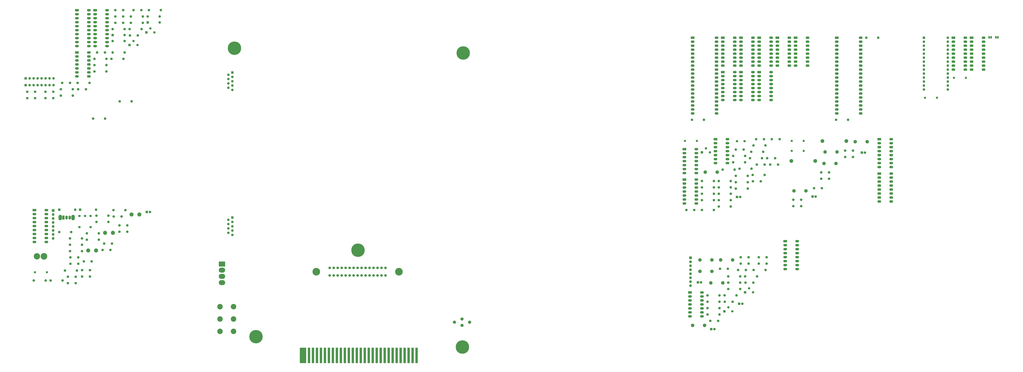
<source format=gbr>
%TF.GenerationSoftware,KiCad,Pcbnew,6.0.10-86aedd382b~118~ubuntu22.04.1*%
%TF.CreationDate,2023-02-04T15:51:51-05:00*%
%TF.ProjectId,coleco_original,636f6c65-636f-45f6-9f72-6967696e616c,rev?*%
%TF.SameCoordinates,Original*%
%TF.FileFunction,Copper,L1,Top*%
%TF.FilePolarity,Positive*%
%FSLAX46Y46*%
G04 Gerber Fmt 4.6, Leading zero omitted, Abs format (unit mm)*
G04 Created by KiCad (PCBNEW 6.0.10-86aedd382b~118~ubuntu22.04.1) date 2023-02-04 15:51:51*
%MOMM*%
%LPD*%
G01*
G04 APERTURE LIST*
G04 Aperture macros list*
%AMRoundRect*
0 Rectangle with rounded corners*
0 $1 Rounding radius*
0 $2 $3 $4 $5 $6 $7 $8 $9 X,Y pos of 4 corners*
0 Add a 4 corners polygon primitive as box body*
4,1,4,$2,$3,$4,$5,$6,$7,$8,$9,$2,$3,0*
0 Add four circle primitives for the rounded corners*
1,1,$1+$1,$2,$3*
1,1,$1+$1,$4,$5*
1,1,$1+$1,$6,$7*
1,1,$1+$1,$8,$9*
0 Add four rect primitives between the rounded corners*
20,1,$1+$1,$2,$3,$4,$5,0*
20,1,$1+$1,$4,$5,$6,$7,0*
20,1,$1+$1,$6,$7,$8,$9,0*
20,1,$1+$1,$8,$9,$2,$3,0*%
G04 Aperture macros list end*
%TA.AperFunction,ComponentPad*%
%ADD10C,3.500000*%
%TD*%
%TA.AperFunction,ComponentPad*%
%ADD11C,2.000000*%
%TD*%
%TA.AperFunction,ComponentPad*%
%ADD12R,1.600000X1.600000*%
%TD*%
%TA.AperFunction,ComponentPad*%
%ADD13O,1.600000X1.600000*%
%TD*%
%TA.AperFunction,ComponentPad*%
%ADD14C,1.600000*%
%TD*%
%TA.AperFunction,ComponentPad*%
%ADD15R,2.400000X1.600000*%
%TD*%
%TA.AperFunction,ComponentPad*%
%ADD16O,2.400000X1.600000*%
%TD*%
%TA.AperFunction,ComponentPad*%
%ADD17C,2.600000*%
%TD*%
%TA.AperFunction,ComponentPad*%
%ADD18R,1.700000X1.700000*%
%TD*%
%TA.AperFunction,ComponentPad*%
%ADD19O,1.700000X1.700000*%
%TD*%
%TA.AperFunction,ComponentPad*%
%ADD20R,1.500000X1.500000*%
%TD*%
%TA.AperFunction,ComponentPad*%
%ADD21C,1.500000*%
%TD*%
%TA.AperFunction,ComponentPad*%
%ADD22C,2.200000*%
%TD*%
%TA.AperFunction,ComponentPad*%
%ADD23O,2.200000X2.200000*%
%TD*%
%TA.AperFunction,ConnectorPad*%
%ADD24R,2.032000X9.906000*%
%TD*%
%TA.AperFunction,ConnectorPad*%
%ADD25R,1.524000X9.906000*%
%TD*%
%TA.AperFunction,ComponentPad*%
%ADD26C,1.400000*%
%TD*%
%TA.AperFunction,ComponentPad*%
%ADD27O,1.400000X1.400000*%
%TD*%
%TA.AperFunction,ComponentPad*%
%ADD28C,2.400000*%
%TD*%
%TA.AperFunction,ComponentPad*%
%ADD29O,2.400000X2.400000*%
%TD*%
%TA.AperFunction,ComponentPad*%
%ADD30C,8.500000*%
%TD*%
%TA.AperFunction,ComponentPad*%
%ADD31C,4.227000*%
%TD*%
%TA.AperFunction,ComponentPad*%
%ADD32C,4.039000*%
%TD*%
%TA.AperFunction,ComponentPad*%
%ADD33O,2.200000X3.500000*%
%TD*%
%TA.AperFunction,ComponentPad*%
%ADD34R,1.500000X2.500000*%
%TD*%
%TA.AperFunction,ComponentPad*%
%ADD35O,1.500000X2.500000*%
%TD*%
%TA.AperFunction,ComponentPad*%
%ADD36C,1.650000*%
%TD*%
%TA.AperFunction,ComponentPad*%
%ADD37C,4.875000*%
%TD*%
%TA.AperFunction,SMDPad,CuDef*%
%ADD38R,1.000000X1.500000*%
%TD*%
%TA.AperFunction,ComponentPad*%
%ADD39RoundRect,0.250000X-1.800000X1.330000X-1.800000X-1.330000X1.800000X-1.330000X1.800000X1.330000X0*%
%TD*%
%TA.AperFunction,ComponentPad*%
%ADD40O,4.100000X3.160000*%
%TD*%
%TA.AperFunction,ComponentPad*%
%ADD41C,1.524000*%
%TD*%
G04 APERTURE END LIST*
D10*
%TO.P,S2,1,A*%
%TO.N,+5C*%
X37719000Y-211372000D03*
%TO.P,S2,2,B*%
X37719000Y-203498000D03*
%TO.P,S2,3,C*%
%TO.N,Net-(L6-Pad1)*%
X37719000Y-195624000D03*
%TO.P,S2,4,A*%
%TO.N,+12C*%
X29083000Y-211372000D03*
%TO.P,S2,5,B*%
X29083000Y-203498000D03*
%TO.P,S2,6,C*%
%TO.N,Net-(L5-Pad1)*%
X29083000Y-195624000D03*
%TD*%
D11*
%TO.P,S1,1,A*%
%TO.N,/clock_reset_misc_logic/EXP_RESET*%
X183388000Y-203561000D03*
%TO.P,S1,2,B*%
%TO.N,GNDD*%
X183388000Y-207625000D03*
%TO.P,S1,NA*%
%TO.N,N/C*%
X188214000Y-205593000D03*
X178562000Y-205593000D03*
%TD*%
D12*
%TO.P,UR25,1,common*%
%TO.N,Net-(R65-Pad2)*%
X-94768000Y-54444331D03*
D13*
%TO.P,UR25,2,R1*%
%TO.N,Net-(J5-Pad7)*%
X-92228000Y-54444331D03*
%TO.P,UR25,3,R2*%
%TO.N,Net-(J5-Pad6)*%
X-89688000Y-54444331D03*
%TO.P,UR25,4,R3*%
%TO.N,Net-(C101-Pad2)*%
X-87148000Y-54444331D03*
%TO.P,UR25,5,R4*%
%TO.N,Net-(J5-Pad3)*%
X-84608000Y-54444331D03*
%TO.P,UR25,6,R5*%
%TO.N,Net-(J5-Pad2)*%
X-82068000Y-54444331D03*
%TO.P,UR25,7,R6*%
%TO.N,Net-(J5-Pad4)*%
X-79528000Y-54444331D03*
%TO.P,UR25,8,R7*%
%TO.N,Net-(J5-Pad1)*%
X-76988000Y-54444331D03*
%TD*%
D14*
%TO.P,C51,1*%
%TO.N,+5V*%
X412285000Y-114145000D03*
%TO.P,C51,2*%
%TO.N,GNDD*%
X417285000Y-114145000D03*
%TD*%
D15*
%TO.P,U10,1,VBB*%
%TO.N,-5V*%
X395995000Y-24215000D03*
D16*
%TO.P,U10,2,Din*%
%TO.N,/video/AD3*%
X395995000Y-26755000D03*
%TO.P,U10,3,~{WRITE}*%
%TO.N,Net-(U10-Pad3)*%
X395995000Y-29295000D03*
%TO.P,U10,4,~{RAS}*%
%TO.N,Net-(U10-Pad4)*%
X395995000Y-31835000D03*
%TO.P,U10,5,A0*%
%TO.N,/video/AD7*%
X395995000Y-34375000D03*
%TO.P,U10,6,A2*%
%TO.N,/video/AD5*%
X395995000Y-36915000D03*
%TO.P,U10,7,A1*%
%TO.N,/video/AD6*%
X395995000Y-39455000D03*
%TO.P,U10,8,VDD*%
%TO.N,+12V*%
X395995000Y-41995000D03*
%TO.P,U10,9,VCC*%
%TO.N,+5V*%
X403615000Y-41995000D03*
%TO.P,U10,10,A5*%
%TO.N,/video/AD2*%
X403615000Y-39455000D03*
%TO.P,U10,11,A4*%
%TO.N,/video/AD3*%
X403615000Y-36915000D03*
%TO.P,U10,12,A3*%
%TO.N,/video/AD4*%
X403615000Y-34375000D03*
%TO.P,U10,13,A6*%
%TO.N,/video/AD1*%
X403615000Y-31835000D03*
%TO.P,U10,14,Dout*%
%TO.N,Net-(U10-Pad14)*%
X403615000Y-29295000D03*
%TO.P,U10,15,~{CAS}*%
%TO.N,Net-(U10-Pad15)*%
X403615000Y-26755000D03*
%TO.P,U10,16,VSS*%
%TO.N,GNDD*%
X403615000Y-24215000D03*
%TD*%
D14*
%TO.P,C5,1*%
%TO.N,GNDD*%
X370805000Y-88845000D03*
%TO.P,C5,2*%
%TO.N,+5V*%
X375805000Y-88845000D03*
%TD*%
%TO.P,R8,1*%
%TO.N,+5V*%
X347075000Y-115595000D03*
D13*
%TO.P,R8,2*%
%TO.N,/clock_reset_misc_logic/RESET*%
X354695000Y-115595000D03*
%TD*%
D14*
%TO.P,R75,1*%
%TO.N,Net-(R6-Pad2)*%
X369105000Y-92895000D03*
D13*
%TO.P,R75,2*%
%TO.N,Net-(C70-Pad2)*%
X376725000Y-92895000D03*
%TD*%
D17*
%TO.P,RF_L2,1,1*%
%TO.N,Net-(RF_L2-Pad1)*%
X-54889000Y-159852000D03*
%TO.P,RF_L2,2,2*%
%TO.N,Net-(RF_C10-Pad1)*%
X-49889000Y-159852000D03*
%TD*%
D15*
%TO.P,U3,1,A6*%
%TO.N,/cpu/A6*%
X496555000Y-24215000D03*
D16*
%TO.P,U3,2,A5*%
%TO.N,/cpu/A5*%
X496555000Y-26755000D03*
%TO.P,U3,3,A4*%
%TO.N,/cpu/A4*%
X496555000Y-29295000D03*
%TO.P,U3,4,A3*%
%TO.N,/cpu/A3*%
X496555000Y-31835000D03*
%TO.P,U3,5,A0*%
%TO.N,/cpu/A0*%
X496555000Y-34375000D03*
%TO.P,U3,6,A1*%
%TO.N,/cpu/A1*%
X496555000Y-36915000D03*
%TO.P,U3,7,A2*%
%TO.N,/cpu/A2*%
X496555000Y-39455000D03*
%TO.P,U3,8,~{CS}*%
%TO.N,/decoder_logic/~{RAM_CS}*%
X496555000Y-41995000D03*
%TO.P,U3,9,GND*%
%TO.N,GNDD*%
X496555000Y-44535000D03*
%TO.P,U3,10,~{WE}*%
%TO.N,/cpu/~{WR}*%
X504175000Y-44535000D03*
%TO.P,U3,11,D3*%
%TO.N,/cpu/D3*%
X504175000Y-41995000D03*
%TO.P,U3,12,D2*%
%TO.N,/cpu/D2*%
X504175000Y-39455000D03*
%TO.P,U3,13,D1*%
%TO.N,/cpu/D1*%
X504175000Y-36915000D03*
%TO.P,U3,14,D0*%
%TO.N,/cpu/D0*%
X504175000Y-34375000D03*
%TO.P,U3,15,A9*%
%TO.N,/cpu/A9*%
X504175000Y-31835000D03*
%TO.P,U3,16,A8*%
%TO.N,/cpu/A8*%
X504175000Y-29295000D03*
%TO.P,U3,17,A7*%
%TO.N,/cpu/A7*%
X504175000Y-26755000D03*
%TO.P,U3,18,VCC*%
%TO.N,+5V*%
X504175000Y-24215000D03*
%TD*%
D14*
%TO.P,R25,1*%
%TO.N,Net-(R23-Pad2)*%
X-27718000Y-10634331D03*
D13*
%TO.P,R25,2*%
%TO.N,-5VL*%
X-20098000Y-10634331D03*
%TD*%
D14*
%TO.P,RF_R1,1*%
%TO.N,/rf_mod/sub_rf_mod/5*%
X-69719000Y-172592000D03*
D13*
%TO.P,RF_R1,2*%
%TO.N,/rf_mod/sub_rf_mod/2*%
X-62099000Y-172592000D03*
%TD*%
D18*
%TO.P,J4A1,1,Pin_1*%
%TO.N,GNDD*%
X329027000Y-164469000D03*
D19*
%TO.P,J4A1,2,Pin_2*%
%TO.N,/rf_mod/sub_rf_mod/2*%
X329027000Y-167009000D03*
%TO.P,J4A1,3,Pin_3*%
%TO.N,/rf_mod/sub_rf_mod/3*%
X329027000Y-169549000D03*
%TO.P,J4A1,4,Pin_4*%
%TO.N,VDDF*%
X329027000Y-172089000D03*
%TO.P,J4A1,5,Pin_5*%
%TO.N,/rf_mod/sub_rf_mod/5*%
X329027000Y-174629000D03*
%TO.P,J4A1,6,Pin_6*%
%TO.N,/rf_mod/sub_rf_mod/6*%
X329027000Y-177169000D03*
%TO.P,J4A1,7,Pin_7*%
%TO.N,/rf_mod/sub_rf_mod/7*%
X329027000Y-179709000D03*
%TO.P,J4A1,8,Pin_8*%
%TO.N,/rf_mod/sub_rf_mod/8*%
X329027000Y-182249000D03*
%TD*%
D14*
%TO.P,RF_R3,1*%
%TO.N,GNDD*%
X-73319000Y-148072000D03*
D13*
%TO.P,RF_R3,2*%
%TO.N,Net-(RF_C3-Pad2)*%
X-65699000Y-148072000D03*
%TD*%
D14*
%TO.P,RF_C3,1*%
%TO.N,Net-(RF_C3-Pad1)*%
X-67829000Y-176642000D03*
%TO.P,RF_C3,2*%
%TO.N,Net-(RF_C3-Pad2)*%
X-62829000Y-176642000D03*
%TD*%
D20*
%TO.P,Q2,1,E*%
%TO.N,+5V*%
X336265000Y-97245000D03*
D21*
%TO.P,Q2,2,B*%
%TO.N,Net-(C4-Pad1)*%
X338805000Y-94705000D03*
%TO.P,Q2,3,C*%
%TO.N,Net-(Q2-Pad3)*%
X341345000Y-97245000D03*
%TD*%
D14*
%TO.P,C48,1*%
%TO.N,GNDD*%
X407705000Y-120155000D03*
%TO.P,C48,2*%
%TO.N,+5C*%
X412705000Y-120155000D03*
%TD*%
%TO.P,R27,1*%
%TO.N,+5V*%
X-40098000Y-37634331D03*
D13*
%TO.P,R27,2*%
%TO.N,Net-(C65-Pad1)*%
X-32478000Y-37634331D03*
%TD*%
D14*
%TO.P,R76,1*%
%TO.N,VDDA*%
X339877000Y-192519000D03*
D13*
%TO.P,R76,2*%
%TO.N,Net-(C68-Pad2)*%
X347497000Y-192519000D03*
%TD*%
D15*
%TO.P,U24,1*%
%TO.N,Net-(R23-Pad2)*%
X-62068000Y-33634331D03*
D16*
%TO.P,U24,2*%
%TO.N,/controller/~{CTRL_EN_1}*%
X-62068000Y-36174331D03*
%TO.P,U24,3*%
%TO.N,Net-(R22-Pad2)*%
X-62068000Y-38714331D03*
%TO.P,U24,4*%
X-62068000Y-41254331D03*
%TO.P,U24,5*%
%TO.N,/controller/~{CTRL_EN_2}*%
X-62068000Y-43794331D03*
%TO.P,U24,6*%
%TO.N,Net-(R23-Pad2)*%
X-62068000Y-46334331D03*
%TO.P,U24,7,GND*%
%TO.N,GNDD*%
X-62068000Y-48874331D03*
%TO.P,U24,8*%
%TO.N,Net-(C104-Pad2)*%
X-54448000Y-48874331D03*
%TO.P,U24,9*%
%TO.N,Net-(C103-Pad2)*%
X-54448000Y-46334331D03*
%TO.P,U24,10*%
%TO.N,Net-(C19-Pad2)*%
X-54448000Y-43794331D03*
%TO.P,U24,11*%
%TO.N,Net-(C102-Pad2)*%
X-54448000Y-41254331D03*
%TO.P,U24,12*%
%TO.N,Net-(C101-Pad2)*%
X-54448000Y-38714331D03*
%TO.P,U24,13*%
%TO.N,Net-(C17-Pad2)*%
X-54448000Y-36174331D03*
%TO.P,U24,14,VCC*%
%TO.N,+5V*%
X-54448000Y-33634331D03*
%TD*%
D14*
%TO.P,R1,1*%
%TO.N,GNDD*%
X-16168000Y-6584331D03*
D13*
%TO.P,R1,2*%
%TO.N,/clock_reset_misc_logic/INT*%
X-8548000Y-6584331D03*
%TD*%
D22*
%TO.P,L9,1,1*%
%TO.N,/rf_mod/Y*%
X335027000Y-165819000D03*
D23*
%TO.P,L9,2,2*%
%TO.N,Net-(C64-Pad1)*%
X342647000Y-165819000D03*
%TD*%
D22*
%TO.P,L3,1,1*%
%TO.N,+12VL*%
X414125000Y-104395000D03*
D23*
%TO.P,L3,2,2*%
%TO.N,+12V*%
X421745000Y-104395000D03*
%TD*%
D12*
%TO.P,C34,1*%
%TO.N,GNDD*%
X406794775Y-125455000D03*
D14*
%TO.P,C34,2*%
%TO.N,-5V*%
X408794775Y-125455000D03*
%TD*%
%TO.P,R17,1*%
%TO.N,+5V*%
X347025000Y-131795000D03*
D13*
%TO.P,R17,2*%
%TO.N,/clock_reset_misc_logic/AUX_DECODE_2*%
X354645000Y-131795000D03*
%TD*%
D14*
%TO.P,R72,1*%
%TO.N,Net-(C101-Pad1)*%
X-16948000Y-10634331D03*
D13*
%TO.P,R72,2*%
%TO.N,+5V*%
X-9328000Y-10634331D03*
%TD*%
D14*
%TO.P,C90,1*%
%TO.N,Net-(C90-Pad1)*%
X377895000Y-100995000D03*
%TO.P,C90,2*%
%TO.N,Net-(C90-Pad2)*%
X382895000Y-100995000D03*
%TD*%
%TO.P,C101,1*%
%TO.N,Net-(C101-Pad1)*%
X-93718000Y-62694331D03*
%TO.P,C101,2*%
%TO.N,Net-(C101-Pad2)*%
X-88718000Y-62694331D03*
%TD*%
D15*
%TO.P,U6,1,A0*%
%TO.N,/cpu/~{WR}*%
X449295000Y-110795000D03*
D16*
%TO.P,U6,2,A1*%
%TO.N,/cpu/A5*%
X449295000Y-113335000D03*
%TO.P,U6,3,A2*%
%TO.N,/cpu/A6*%
X449295000Y-115875000D03*
%TO.P,U6,4,E1*%
%TO.N,/cpu/~{IORQ}*%
X449295000Y-118415000D03*
%TO.P,U6,5,E2*%
%TO.N,/clock_reset_misc_logic/~{AUD_DECODE_2}*%
X449295000Y-120955000D03*
%TO.P,U6,6,E3*%
%TO.N,/cpu/A7*%
X449295000Y-123495000D03*
%TO.P,U6,7,O7*%
%TO.N,/controller/~{CTRL_READ}*%
X449295000Y-126035000D03*
%TO.P,U6,8,GND*%
%TO.N,GNDD*%
X449295000Y-128575000D03*
%TO.P,U6,9,O6*%
%TO.N,/decoder_logic/~{SND_ENABLE}*%
X456915000Y-128575000D03*
%TO.P,U6,10,O5*%
%TO.N,unconnected-(U6-Pad10)*%
X456915000Y-126035000D03*
%TO.P,U6,11,O4*%
%TO.N,/controller/~{CTRL_EN_1}*%
X456915000Y-123495000D03*
%TO.P,U6,12,O3*%
%TO.N,/decoder_logic/~{CSR}*%
X456915000Y-120955000D03*
%TO.P,U6,13,O2*%
%TO.N,/decoder_logic/~{CSW}*%
X456915000Y-118415000D03*
%TO.P,U6,14,O1*%
%TO.N,unconnected-(U6-Pad14)*%
X456915000Y-115875000D03*
%TO.P,U6,15,O0*%
%TO.N,/controller/~{CTRL_EN_2}*%
X456915000Y-113335000D03*
%TO.P,U6,16,VCC*%
%TO.N,+5V*%
X456915000Y-110795000D03*
%TD*%
D12*
%TO.P,C87,1*%
%TO.N,/rf_mod/sub_rf_mod/5*%
X342236775Y-209969000D03*
D14*
%TO.P,C87,2*%
%TO.N,GNDD*%
X344236775Y-209969000D03*
%TD*%
%TO.P,C19,1*%
%TO.N,GNDD*%
X-37568000Y-6584331D03*
%TO.P,C19,2*%
%TO.N,Net-(C19-Pad2)*%
X-32568000Y-6584331D03*
%TD*%
%TO.P,R48,1*%
%TO.N,Net-(C69-Pad1)*%
X353047000Y-184419000D03*
D13*
%TO.P,R48,2*%
%TO.N,/io_ports/EXT_VIDEO_SEL*%
X360667000Y-184419000D03*
%TD*%
D22*
%TO.P,L17,1,1*%
%TO.N,+5V*%
X433975000Y-90495000D03*
D23*
%TO.P,L17,2,2*%
%TO.N,+5VD*%
X441595000Y-90495000D03*
%TD*%
D24*
%TO.P,J2,1,Pin_1*%
%TO.N,GNDD*%
X81026000Y-226707000D03*
%TO.P,J2,2,Pin_2*%
X83058000Y-226707000D03*
D25*
%TO.P,J2,3,Pin_3*%
%TO.N,/cpu/D3*%
X85852000Y-226707000D03*
%TO.P,J2,4,Pin_4*%
%TO.N,/cpu/A14*%
X88392000Y-226707000D03*
%TO.P,J2,5,Pin_5*%
%TO.N,/decoder_logic/~{CS_h4000}*%
X90932000Y-226707000D03*
%TO.P,J2,6,Pin_6*%
%TO.N,/decoder_logic/~{CS_h2000}*%
X93472000Y-226707000D03*
%TO.P,J2,7,Pin_7*%
%TO.N,/cpu/~{HALT}*%
X96012000Y-226707000D03*
%TO.P,J2,8,Pin_8*%
%TO.N,/cpu/~{WR}*%
X98552000Y-226707000D03*
%TO.P,J2,9,Pin_9*%
%TO.N,/cpu/~{NMI}*%
X101092000Y-226707000D03*
%TO.P,J2,10,Pin_10*%
%TO.N,/clock_reset_misc_logic/INT*%
X103632000Y-226707000D03*
%TO.P,J2,11,Pin_11*%
%TO.N,/cpu/~{BUSRQ}*%
X106172000Y-226707000D03*
%TO.P,J2,12,Pin_12*%
%TO.N,/cpu/D1*%
X108712000Y-226707000D03*
%TO.P,J2,13,Pin_13*%
%TO.N,/clock_reset_misc_logic/~{RESET}*%
X111252000Y-226707000D03*
%TO.P,J2,14,Pin_14*%
%TO.N,/cpu/D0*%
X113792000Y-226707000D03*
%TO.P,J2,15,Pin_15*%
%TO.N,/clock_reset_misc_logic/~{M1}*%
X116332000Y-226707000D03*
%TO.P,J2,16,Pin_16*%
%TO.N,/cpu/D7*%
X118872000Y-226707000D03*
%TO.P,J2,17,Pin_17*%
%TO.N,/cpu/D6*%
X121412000Y-226707000D03*
%TO.P,J2,18,Pin_18*%
%TO.N,/cpu/A1*%
X123952000Y-226707000D03*
%TO.P,J2,19,Pin_19*%
%TO.N,/cpu/D4*%
X126492000Y-226707000D03*
%TO.P,J2,20,Pin_20*%
%TO.N,/cpu/A2*%
X129032000Y-226707000D03*
%TO.P,J2,21,Pin_21*%
%TO.N,/cpu/A4*%
X131572000Y-226707000D03*
%TO.P,J2,22,Pin_22*%
%TO.N,/cpu/A13*%
X134112000Y-226707000D03*
%TO.P,J2,23,Pin_23*%
%TO.N,/cpu/A5*%
X136652000Y-226707000D03*
%TO.P,J2,24,Pin_24*%
%TO.N,/cpu/A6*%
X139192000Y-226707000D03*
%TO.P,J2,25,Pin_25*%
%TO.N,/cpu/A7*%
X141732000Y-226707000D03*
%TO.P,J2,26,Pin_26*%
%TO.N,/cpu/A8*%
X144272000Y-226707000D03*
%TO.P,J2,27,Pin_27*%
%TO.N,/cpu/A9*%
X146812000Y-226707000D03*
%TO.P,J2,28,Pin_28*%
%TO.N,/cpu/A10*%
X149352000Y-226707000D03*
%TO.P,J2,29,Pin_29*%
%TO.N,/decoder_logic/AUX_DECODE_1*%
X151892000Y-226707000D03*
%TO.P,J2,30,Pin_30*%
%TO.N,/clock_reset_misc_logic/AUX_DECODE_2*%
X154432000Y-226707000D03*
%TD*%
D12*
%TO.P,J5,1,1*%
%TO.N,Net-(J5-Pad1)*%
X36978331Y-46405000D03*
D14*
%TO.P,J5,2,2*%
%TO.N,Net-(J5-Pad2)*%
X36978331Y-49175000D03*
%TO.P,J5,3,3*%
%TO.N,Net-(J5-Pad3)*%
X36978331Y-51945000D03*
%TO.P,J5,4,4*%
%TO.N,Net-(J5-Pad4)*%
X36978331Y-54715000D03*
%TO.P,J5,5,5*%
%TO.N,Net-(C98-Pad2)*%
X36978331Y-57485000D03*
%TO.P,J5,6,6*%
%TO.N,Net-(J5-Pad6)*%
X34438331Y-47790000D03*
%TO.P,J5,7,7*%
%TO.N,Net-(J5-Pad7)*%
X34438331Y-50560000D03*
%TO.P,J5,8,8*%
%TO.N,Net-(C99-Pad1)*%
X34438331Y-53330000D03*
%TO.P,J5,9,9*%
%TO.N,Net-(J5-Pad9)*%
X34438331Y-56100000D03*
%TD*%
D15*
%TO.P,U15,1,VBB*%
%TO.N,-5V*%
X372795000Y-24215000D03*
D16*
%TO.P,U15,2,Din*%
%TO.N,/video/AD5*%
X372795000Y-26755000D03*
%TO.P,U15,3,~{WRITE}*%
%TO.N,Net-(U10-Pad3)*%
X372795000Y-29295000D03*
%TO.P,U15,4,~{RAS}*%
%TO.N,Net-(U10-Pad4)*%
X372795000Y-31835000D03*
%TO.P,U15,5,A0*%
%TO.N,/video/AD7*%
X372795000Y-34375000D03*
%TO.P,U15,6,A2*%
%TO.N,/video/AD5*%
X372795000Y-36915000D03*
%TO.P,U15,7,A1*%
%TO.N,/video/AD6*%
X372795000Y-39455000D03*
%TO.P,U15,8,VDD*%
%TO.N,+12V*%
X372795000Y-41995000D03*
%TO.P,U15,9,VCC*%
%TO.N,+5V*%
X380415000Y-41995000D03*
%TO.P,U15,10,A5*%
%TO.N,/video/AD2*%
X380415000Y-39455000D03*
%TO.P,U15,11,A4*%
%TO.N,/video/AD3*%
X380415000Y-36915000D03*
%TO.P,U15,12,A3*%
%TO.N,/video/AD4*%
X380415000Y-34375000D03*
%TO.P,U15,13,A6*%
%TO.N,/video/AD1*%
X380415000Y-31835000D03*
%TO.P,U15,14,Dout*%
%TO.N,Net-(U15-Pad14)*%
X380415000Y-29295000D03*
%TO.P,U15,15,~{CAS}*%
%TO.N,Net-(U10-Pad15)*%
X380415000Y-26755000D03*
%TO.P,U15,16,VSS*%
%TO.N,GNDD*%
X380415000Y-24215000D03*
%TD*%
D12*
%TO.P,C3,1*%
%TO.N,/clock_reset_misc_logic/EXP_RESET*%
X358634775Y-125695000D03*
D14*
%TO.P,C3,2*%
%TO.N,GNDD*%
X360634775Y-125695000D03*
%TD*%
%TO.P,RF_C9,1*%
%TO.N,Net-(RF_C10-Pad2)*%
X-45739000Y-159522000D03*
%TO.P,RF_C9,2*%
%TO.N,GNDD*%
X-40739000Y-159522000D03*
%TD*%
D26*
%TO.P,WJ1,1,A*%
%TO.N,Net-(C70-Pad2)*%
X325405000Y-89995000D03*
D27*
%TO.P,WJ1,2,B*%
%TO.N,Net-(C70-Pad1)*%
X333025000Y-89995000D03*
%TD*%
D14*
%TO.P,RF_C6,1*%
%TO.N,Net-(RF_C6-Pad1)*%
X-58749000Y-172372000D03*
%TO.P,RF_C6,2*%
%TO.N,Net-(RF_C12-Pad2)*%
X-53749000Y-172372000D03*
%TD*%
%TO.P,R11,1*%
%TO.N,Net-(C4-Pad1)*%
X336305000Y-119645000D03*
D13*
%TO.P,R11,2*%
%TO.N,+5V*%
X343925000Y-119645000D03*
%TD*%
D14*
%TO.P,R70,1*%
%TO.N,Net-(C103-Pad1)*%
X-39318000Y-33584331D03*
D13*
%TO.P,R70,2*%
%TO.N,+5V*%
X-31698000Y-33584331D03*
%TD*%
D12*
%TO.P,CR1,1,K*%
%TO.N,/clock_reset_misc_logic/INT*%
X-16948000Y-14434331D03*
D13*
%TO.P,CR1,2,A*%
%TO.N,Net-(C61-Pad1)*%
X-9328000Y-14434331D03*
%TD*%
D14*
%TO.P,R78,1*%
%TO.N,Net-(R77-Pad1)*%
X336255000Y-133995000D03*
D13*
%TO.P,R78,2*%
%TO.N,/clock_reset_misc_logic/EXP_RESET*%
X343875000Y-133995000D03*
%TD*%
D15*
%TO.P,U9,1,~{RAS}*%
%TO.N,Net-(U10-Pad4)*%
X330395000Y-24215000D03*
D16*
%TO.P,U9,2,~{CAS}*%
%TO.N,Net-(U10-Pad15)*%
X330395000Y-26755000D03*
%TO.P,U9,3,AD7*%
%TO.N,/video/AD7*%
X330395000Y-29295000D03*
%TO.P,U9,4,AD6*%
%TO.N,/video/AD6*%
X330395000Y-31835000D03*
%TO.P,U9,5,AD5*%
%TO.N,/video/AD5*%
X330395000Y-34375000D03*
%TO.P,U9,6,AD4*%
%TO.N,/video/AD4*%
X330395000Y-36915000D03*
%TO.P,U9,7,AD3*%
%TO.N,/video/AD3*%
X330395000Y-39455000D03*
%TO.P,U9,8,AD2*%
%TO.N,/video/AD2*%
X330395000Y-41995000D03*
%TO.P,U9,9,AD1*%
%TO.N,/video/AD1*%
X330395000Y-44535000D03*
%TO.P,U9,10,AD0*%
%TO.N,/video/AD0*%
X330395000Y-47075000D03*
%TO.P,U9,11,R/~{W}*%
%TO.N,Net-(U10-Pad3)*%
X330395000Y-49615000D03*
%TO.P,U9,12,VSS*%
%TO.N,GNDD*%
X330395000Y-52155000D03*
%TO.P,U9,13,MODE*%
%TO.N,/cpu/A0*%
X330395000Y-54695000D03*
%TO.P,U9,14,~{CSW}*%
%TO.N,/decoder_logic/~{CSW}*%
X330395000Y-57235000D03*
%TO.P,U9,15,~{CSR}*%
%TO.N,/decoder_logic/~{CSR}*%
X330395000Y-59775000D03*
%TO.P,U9,16,~{INT}*%
%TO.N,/cpu/~{NMI}*%
X330395000Y-62315000D03*
%TO.P,U9,17,CD7*%
%TO.N,/cpu/D0*%
X330395000Y-64855000D03*
%TO.P,U9,18,CD6*%
%TO.N,/cpu/D1*%
X330395000Y-67395000D03*
%TO.P,U9,19,CD5*%
%TO.N,/cpu/D2*%
X330395000Y-69935000D03*
%TO.P,U9,20,CD4*%
%TO.N,/cpu/D3*%
X330395000Y-72475000D03*
%TO.P,U9,21,CD3*%
%TO.N,/cpu/D4*%
X345635000Y-72475000D03*
%TO.P,U9,22,CD2*%
%TO.N,/cpu/D5*%
X345635000Y-69935000D03*
%TO.P,U9,23,CD1*%
%TO.N,/cpu/D6*%
X345635000Y-67395000D03*
%TO.P,U9,24,CD0*%
%TO.N,/cpu/D7*%
X345635000Y-64855000D03*
%TO.P,U9,25,RD7*%
%TO.N,Net-(U11-Pad14)*%
X345635000Y-62315000D03*
%TO.P,U9,26,RD6*%
%TO.N,Net-(U13-Pad14)*%
X345635000Y-59775000D03*
%TO.P,U9,27,RD5*%
%TO.N,Net-(U15-Pad14)*%
X345635000Y-57235000D03*
%TO.P,U9,28,RD4*%
%TO.N,Net-(U17-Pad14)*%
X345635000Y-54695000D03*
%TO.P,U9,29,RD3*%
%TO.N,Net-(U10-Pad14)*%
X345635000Y-52155000D03*
%TO.P,U9,30,RD2*%
%TO.N,Net-(U12-Pad14)*%
X345635000Y-49615000D03*
%TO.P,U9,31,RD1*%
%TO.N,Net-(U14-Pad14)*%
X345635000Y-47075000D03*
%TO.P,U9,32,RD0*%
%TO.N,Net-(U16-Pad14)*%
X345635000Y-44535000D03*
%TO.P,U9,33,VCC*%
%TO.N,+5VD*%
X345635000Y-41995000D03*
%TO.P,U9,34,~{RESET}*%
%TO.N,/io_ports/~{VDP_RESET}*%
X345635000Y-39455000D03*
%TO.P,U9,35,B-Y*%
%TO.N,/rf_mod/B-Y*%
X345635000Y-36915000D03*
%TO.P,U9,36,Y*%
%TO.N,/rf_mod/Y*%
X345635000Y-34375000D03*
%TO.P,U9,37,GROMCLK*%
%TO.N,unconnected-(U9-Pad37)*%
X345635000Y-31835000D03*
%TO.P,U9,38,R-Y*%
%TO.N,/rf_mod/R-Y*%
X345635000Y-29295000D03*
%TO.P,U9,39,XTAL2*%
%TO.N,unconnected-(U9-Pad39)*%
X345635000Y-26755000D03*
%TO.P,U9,40,XTAL1*%
%TO.N,/clock_reset_misc_logic/VDP_CLK*%
X345635000Y-24215000D03*
%TD*%
D14*
%TO.P,RF_R12,1*%
%TO.N,Net-(RF_C7-Pad1)*%
X-89569000Y-178942000D03*
D13*
%TO.P,RF_R12,2*%
%TO.N,Net-(RF_D2-Pad1)*%
X-81949000Y-178942000D03*
%TD*%
D14*
%TO.P,C41,1*%
%TO.N,GNDD*%
X427555000Y-100245000D03*
%TO.P,C41,2*%
%TO.N,-5V*%
X432555000Y-100245000D03*
%TD*%
%TO.P,RF_R10,1*%
%TO.N,VDDF*%
X-66459000Y-152122000D03*
D13*
%TO.P,RF_R10,2*%
%TO.N,/rf_mod/sub_rf_mod/2*%
X-58839000Y-152122000D03*
%TD*%
D14*
%TO.P,RF_C7,1*%
%TO.N,Net-(RF_C7-Pad1)*%
X-66259000Y-164272000D03*
%TO.P,RF_C7,2*%
%TO.N,Net-(RF_C7-Pad2)*%
X-61259000Y-164272000D03*
%TD*%
%TO.P,C66,1*%
%TO.N,/rf_mod/sub_rf_mod/3*%
X372517000Y-168219000D03*
%TO.P,C66,2*%
%TO.N,Net-(C62-Pad1)*%
X377517000Y-168219000D03*
%TD*%
D12*
%TO.P,U2,1,VPP*%
%TO.N,+5V*%
X477755000Y-24215000D03*
D13*
%TO.P,U2,2,A12*%
%TO.N,/cpu/A12*%
X477755000Y-26755000D03*
%TO.P,U2,3,A7*%
%TO.N,/cpu/A7*%
X477755000Y-29295000D03*
%TO.P,U2,4,A6*%
%TO.N,/cpu/A6*%
X477755000Y-31835000D03*
%TO.P,U2,5,A5*%
%TO.N,/cpu/A5*%
X477755000Y-34375000D03*
%TO.P,U2,6,A4*%
%TO.N,/cpu/A4*%
X477755000Y-36915000D03*
%TO.P,U2,7,A3*%
%TO.N,/cpu/A3*%
X477755000Y-39455000D03*
%TO.P,U2,8,A2*%
%TO.N,/cpu/A2*%
X477755000Y-41995000D03*
%TO.P,U2,9,A1*%
%TO.N,/cpu/A1*%
X477755000Y-44535000D03*
%TO.P,U2,10,A0*%
%TO.N,/cpu/A0*%
X477755000Y-47075000D03*
%TO.P,U2,11,D0*%
%TO.N,/cpu/D0*%
X477755000Y-49615000D03*
%TO.P,U2,12,D1*%
%TO.N,/cpu/D1*%
X477755000Y-52155000D03*
%TO.P,U2,13,D2*%
%TO.N,/cpu/D2*%
X477755000Y-54695000D03*
%TO.P,U2,14,GND*%
%TO.N,GNDD*%
X477755000Y-57235000D03*
%TO.P,U2,15,D3*%
%TO.N,/cpu/D3*%
X492995000Y-57235000D03*
%TO.P,U2,16,D4*%
%TO.N,/cpu/D4*%
X492995000Y-54695000D03*
%TO.P,U2,17,D5*%
%TO.N,/cpu/D5*%
X492995000Y-52155000D03*
%TO.P,U2,18,D6*%
%TO.N,/cpu/D6*%
X492995000Y-49615000D03*
%TO.P,U2,19,D7*%
%TO.N,/cpu/D7*%
X492995000Y-47075000D03*
%TO.P,U2,20,~{CE}*%
%TO.N,Net-(JP1-Pad1)*%
X492995000Y-44535000D03*
%TO.P,U2,21,A10*%
%TO.N,/cpu/A10*%
X492995000Y-41995000D03*
%TO.P,U2,22,~{OE}*%
%TO.N,/decoder_logic/~{ROM_ENABLE}*%
X492995000Y-39455000D03*
%TO.P,U2,23,A11*%
%TO.N,Net-(JP2-Pad2)*%
X492995000Y-36915000D03*
%TO.P,U2,24,A9*%
%TO.N,/cpu/A9*%
X492995000Y-34375000D03*
%TO.P,U2,25,A8*%
%TO.N,/cpu/A8*%
X492995000Y-31835000D03*
%TO.P,U2,26,A13*%
%TO.N,+5V*%
X492995000Y-29295000D03*
%TO.P,U2,27,A14*%
X492995000Y-26755000D03*
%TO.P,U2,28,VCC*%
X492995000Y-24215000D03*
%TD*%
D14*
%TO.P,R20,1*%
%TO.N,Net-(J6-Pad9)*%
X-27718000Y-14684331D03*
D13*
%TO.P,R20,2*%
%TO.N,Net-(C19-Pad2)*%
X-20098000Y-14684331D03*
%TD*%
D14*
%TO.P,R15,1*%
%TO.N,+5V*%
X357845000Y-120395000D03*
D13*
%TO.P,R15,2*%
%TO.N,/clock_reset_misc_logic/~{WAIT}*%
X365465000Y-120395000D03*
%TD*%
D14*
%TO.P,C49,1*%
%TO.N,GNDD*%
X427555000Y-96195000D03*
%TO.P,C49,2*%
%TO.N,-5VL*%
X432555000Y-96195000D03*
%TD*%
%TO.P,C46,1*%
%TO.N,GNDD*%
X394535000Y-131555000D03*
%TO.P,C46,2*%
%TO.N,-5C*%
X399535000Y-131555000D03*
%TD*%
%TO.P,R69,1*%
%TO.N,Net-(C102-Pad2)*%
X-39268000Y-26334331D03*
D13*
%TO.P,R69,2*%
%TO.N,Net-(C102-Pad1)*%
X-31648000Y-26334331D03*
%TD*%
D14*
%TO.P,C12,1*%
%TO.N,+5V*%
X-82168000Y-62694331D03*
%TO.P,C12,2*%
%TO.N,GNDD*%
X-77168000Y-62694331D03*
%TD*%
D12*
%TO.P,J6,1,1*%
%TO.N,Net-(J6-Pad1)*%
X36978331Y-138861000D03*
D14*
%TO.P,J6,2,2*%
%TO.N,Net-(J6-Pad2)*%
X36978331Y-141631000D03*
%TO.P,J6,3,3*%
%TO.N,Net-(J6-Pad3)*%
X36978331Y-144401000D03*
%TO.P,J6,4,4*%
%TO.N,Net-(J6-Pad4)*%
X36978331Y-147171000D03*
%TO.P,J6,5,5*%
%TO.N,Net-(C98-Pad2)*%
X36978331Y-149941000D03*
%TO.P,J6,6,6*%
%TO.N,Net-(J6-Pad6)*%
X34438331Y-140246000D03*
%TO.P,J6,7,7*%
%TO.N,Net-(J6-Pad7)*%
X34438331Y-143016000D03*
%TO.P,J6,8,8*%
%TO.N,Net-(C99-Pad1)*%
X34438331Y-145786000D03*
%TO.P,J6,9,9*%
%TO.N,Net-(J6-Pad9)*%
X34438331Y-148556000D03*
%TD*%
%TO.P,R6,1*%
%TO.N,Net-(C1-Pad1)*%
X336305000Y-123695000D03*
D13*
%TO.P,R6,2*%
%TO.N,Net-(R6-Pad2)*%
X343925000Y-123695000D03*
%TD*%
D14*
%TO.P,R14,1*%
%TO.N,/cpu/~{HALT}*%
X441055000Y-24165000D03*
D13*
%TO.P,R14,2*%
%TO.N,+5V*%
X448675000Y-24165000D03*
%TD*%
D20*
%TO.P,Q5,1,E*%
%TO.N,GNDD*%
X-28538000Y-28884331D03*
D21*
%TO.P,Q5,2,B*%
%TO.N,Net-(C104-Pad1)*%
X-25998000Y-26344331D03*
%TO.P,Q5,3,C*%
%TO.N,Net-(C103-Pad1)*%
X-23458000Y-28884331D03*
%TD*%
D14*
%TO.P,C57,1*%
%TO.N,VDDF*%
X360967000Y-164169000D03*
%TO.P,C57,2*%
%TO.N,GNDD*%
X365967000Y-164169000D03*
%TD*%
D28*
%TO.P,L5,1,1*%
%TO.N,Net-(L5-Pad1)*%
X413085000Y-90095000D03*
D29*
%TO.P,L5,2,2*%
%TO.N,+12VL*%
X428325000Y-90095000D03*
%TD*%
D14*
%TO.P,RF_C2,1*%
%TO.N,GNDD*%
X-44719000Y-155472000D03*
%TO.P,RF_C2,2*%
%TO.N,/rf_mod/sub_rf_mod/2*%
X-39719000Y-155472000D03*
%TD*%
D30*
%TO.P,H1,1,1*%
%TO.N,GNDD*%
X52070000Y-214769000D03*
%TD*%
D15*
%TO.P,U19,1,G1*%
%TO.N,/controller/~{CTRL_READ}*%
X-62068000Y-6634331D03*
D16*
%TO.P,U19,2,A0*%
%TO.N,Net-(J5-Pad1)*%
X-62068000Y-9174331D03*
%TO.P,U19,3,A1*%
%TO.N,Net-(J5-Pad4)*%
X-62068000Y-11714331D03*
%TO.P,U19,4,A2*%
%TO.N,Net-(J5-Pad2)*%
X-62068000Y-14254331D03*
%TO.P,U19,5,A3*%
%TO.N,Net-(J5-Pad3)*%
X-62068000Y-16794331D03*
%TO.P,U19,6,A4*%
%TO.N,Net-(C101-Pad2)*%
X-62068000Y-19334331D03*
%TO.P,U19,7,A5*%
%TO.N,Net-(J5-Pad7)*%
X-62068000Y-21874331D03*
%TO.P,U19,8,A6*%
%TO.N,Net-(J5-Pad6)*%
X-62068000Y-24414331D03*
%TO.P,U19,9,A7*%
%TO.N,Net-(C102-Pad2)*%
X-62068000Y-26954331D03*
%TO.P,U19,10,GND*%
%TO.N,GNDD*%
X-62068000Y-29494331D03*
%TO.P,U19,11,Y7*%
%TO.N,/cpu/D7*%
X-54448000Y-29494331D03*
%TO.P,U19,12,Y6*%
%TO.N,/cpu/D6*%
X-54448000Y-26954331D03*
%TO.P,U19,13,Y5*%
%TO.N,/cpu/D5*%
X-54448000Y-24414331D03*
%TO.P,U19,14,Y4*%
%TO.N,/cpu/D4*%
X-54448000Y-21874331D03*
%TO.P,U19,15,Y3*%
%TO.N,/cpu/D3*%
X-54448000Y-19334331D03*
%TO.P,U19,16,Y2*%
%TO.N,/cpu/D2*%
X-54448000Y-16794331D03*
%TO.P,U19,17,Y1*%
%TO.N,/cpu/D1*%
X-54448000Y-14254331D03*
%TO.P,U19,18,Y0*%
%TO.N,/cpu/D0*%
X-54448000Y-11714331D03*
%TO.P,U19,19,G2*%
%TO.N,/cpu/A1*%
X-54448000Y-9174331D03*
%TO.P,U19,20,VCC*%
%TO.N,+5V*%
X-54448000Y-6634331D03*
%TD*%
D30*
%TO.P,H5,1,1*%
%TO.N,GND*%
X117094000Y-159651000D03*
%TD*%
D15*
%TO.P,U5,1,A0*%
%TO.N,/cpu/A13*%
X449295000Y-88895000D03*
D16*
%TO.P,U5,2,A1*%
%TO.N,/cpu/A14*%
X449295000Y-91435000D03*
%TO.P,U5,3,A2*%
%TO.N,/cpu/A15*%
X449295000Y-93975000D03*
%TO.P,U5,4,E1*%
%TO.N,/cpu/~{MREQ}*%
X449295000Y-96515000D03*
%TO.P,U5,5,E2*%
%TO.N,/clock_reset_misc_logic/RFSH*%
X449295000Y-99055000D03*
%TO.P,U5,6,E3*%
%TO.N,/decoder_logic/AUX_DECODE_1*%
X449295000Y-101595000D03*
%TO.P,U5,7,O7*%
%TO.N,/decoder_logic/~{CS_hE000}*%
X449295000Y-104135000D03*
%TO.P,U5,8,GND*%
%TO.N,GNDD*%
X449295000Y-106675000D03*
%TO.P,U5,9,O6*%
%TO.N,/decoder_logic/~{CS_hC000}*%
X456915000Y-106675000D03*
%TO.P,U5,10,O5*%
%TO.N,/decoder_logic/~{CS_hA000}*%
X456915000Y-104135000D03*
%TO.P,U5,11,O4*%
%TO.N,/decoder_logic/~{CS_h8000}*%
X456915000Y-101595000D03*
%TO.P,U5,12,O3*%
%TO.N,/decoder_logic/~{RAM_CS}*%
X456915000Y-99055000D03*
%TO.P,U5,13,O2*%
%TO.N,/decoder_logic/~{CS_h4000}*%
X456915000Y-96515000D03*
%TO.P,U5,14,O1*%
%TO.N,/decoder_logic/~{CS_h2000}*%
X456915000Y-93975000D03*
%TO.P,U5,15,O0*%
%TO.N,/decoder_logic/~{ROM_ENABLE}*%
X456915000Y-91435000D03*
%TO.P,U5,16,VCC*%
%TO.N,+5V*%
X456915000Y-88895000D03*
%TD*%
D14*
%TO.P,R34,1*%
%TO.N,/clock_reset_misc_logic/~{CTRL_READ_2}*%
X368615000Y-111695000D03*
D13*
%TO.P,R34,2*%
%TO.N,+5V*%
X376235000Y-111695000D03*
%TD*%
D22*
%TO.P,L10,1,1*%
%TO.N,VDDF*%
X335027000Y-173169000D03*
D23*
%TO.P,L10,2,2*%
%TO.N,VDDA*%
X342647000Y-173169000D03*
%TD*%
D31*
%TO.P,RF_J1,1*%
%TO.N,N/C*%
X-83075000Y-163535000D03*
D32*
%TO.P,RF_J1,2*%
X-87575000Y-163535000D03*
%TD*%
D14*
%TO.P,R37,1*%
%TO.N,+5V*%
X347075000Y-127745000D03*
D13*
%TO.P,R37,2*%
%TO.N,/clock_reset_misc_logic/~{INT}*%
X354695000Y-127745000D03*
%TD*%
D33*
%TO.P,RF_SW1,*%
%TO.N,*%
X-72769000Y-138822000D03*
X-64569000Y-138822000D03*
D34*
%TO.P,RF_SW1,1,A*%
%TO.N,Net-(RF_C6-Pad1)*%
X-70669000Y-138822000D03*
D35*
%TO.P,RF_SW1,2,B*%
%TO.N,Net-(RF_C12-Pad1)*%
X-68669000Y-138822000D03*
%TO.P,RF_SW1,3,C*%
%TO.N,unconnected-(RF_SW1-Pad3)*%
X-66669000Y-138822000D03*
%TD*%
D14*
%TO.P,C92,1*%
%TO.N,Net-(C91-Pad2)*%
X371215000Y-105045000D03*
%TO.P,C92,2*%
%TO.N,Net-(C90-Pad2)*%
X376215000Y-105045000D03*
%TD*%
%TO.P,R67,1*%
%TO.N,GNDD*%
X-72318000Y-57034331D03*
D13*
%TO.P,R67,2*%
%TO.N,Net-(R65-Pad2)*%
X-64698000Y-57034331D03*
%TD*%
D14*
%TO.P,C67,1*%
%TO.N,Net-(C63-Pad1)*%
X372517000Y-164169000D03*
%TO.P,C67,2*%
%TO.N,/rf_mod/sub_rf_mod/7*%
X377517000Y-164169000D03*
%TD*%
%TO.P,C4,1*%
%TO.N,Net-(C4-Pad1)*%
X368815000Y-115745000D03*
%TO.P,C4,2*%
%TO.N,Net-(C4-Pad2)*%
X373815000Y-115745000D03*
%TD*%
D15*
%TO.P,U7,1*%
%TO.N,/cpu/A1*%
X325105000Y-114645000D03*
D16*
%TO.P,U7,2*%
%TO.N,/clock_reset_misc_logic/~{CTRL_READ_2}*%
X325105000Y-117185000D03*
%TO.P,U7,3*%
%TO.N,Net-(U7-Pad3)*%
X325105000Y-119725000D03*
%TO.P,U7,4*%
%TO.N,/clock_reset_misc_logic/~{WAIT}*%
X325105000Y-122265000D03*
%TO.P,U7,5*%
%TO.N,/clock_reset_misc_logic/AUX_DECODE_2*%
X325105000Y-124805000D03*
%TO.P,U7,6*%
%TO.N,/clock_reset_misc_logic/~{AUD_DECODE_2}*%
X325105000Y-127345000D03*
%TO.P,U7,7,GND*%
%TO.N,GNDD*%
X325105000Y-129885000D03*
%TO.P,U7,8*%
%TO.N,/clock_reset_misc_logic/~{INT}*%
X332725000Y-129885000D03*
%TO.P,U7,9*%
%TO.N,/clock_reset_misc_logic/INT*%
X332725000Y-127345000D03*
%TO.P,U7,10*%
%TO.N,/clock_reset_misc_logic/~{RESET}*%
X332725000Y-124805000D03*
%TO.P,U7,11*%
%TO.N,/clock_reset_misc_logic/RESET*%
X332725000Y-122265000D03*
%TO.P,U7,12*%
X332725000Y-119725000D03*
%TO.P,U7,13*%
%TO.N,Net-(R77-Pad1)*%
X332725000Y-117185000D03*
%TO.P,U7,14,VCC*%
%TO.N,+5V*%
X332725000Y-114645000D03*
%TD*%
D14*
%TO.P,RF_C8,1*%
%TO.N,Net-(RF_C1-Pad1)*%
X-58749000Y-176422000D03*
%TO.P,RF_C8,2*%
%TO.N,GNDD*%
X-53749000Y-176422000D03*
%TD*%
D26*
%TO.P,WJ5,1,A*%
%TO.N,/cpu/A11*%
X478455000Y-62465000D03*
D27*
%TO.P,WJ5,2,B*%
%TO.N,Net-(JP2-Pad2)*%
X486075000Y-62465000D03*
%TD*%
D26*
%TO.P,WJ3,1,A*%
%TO.N,VDDA*%
X393535000Y-89995000D03*
D27*
%TO.P,WJ3,2,B*%
%TO.N,+5V*%
X401155000Y-89995000D03*
%TD*%
D14*
%TO.P,C62,1*%
%TO.N,Net-(C62-Pad1)*%
X364017000Y-180369000D03*
%TO.P,C62,2*%
%TO.N,GNDD*%
X369017000Y-180369000D03*
%TD*%
%TO.P,R41,1*%
%TO.N,Net-(C63-Pad1)*%
X353047000Y-180369000D03*
D13*
%TO.P,R41,2*%
%TO.N,GNDD*%
X360667000Y-180369000D03*
%TD*%
D14*
%TO.P,C70,1*%
%TO.N,Net-(C70-Pad1)*%
X379765000Y-105045000D03*
%TO.P,C70,2*%
%TO.N,Net-(C70-Pad2)*%
X384765000Y-105045000D03*
%TD*%
%TO.P,RF_C1,1*%
%TO.N,Net-(RF_C1-Pad1)*%
X-57709000Y-166752000D03*
%TO.P,RF_C1,2*%
%TO.N,GNDD*%
X-52709000Y-166752000D03*
%TD*%
%TO.P,C65,1*%
%TO.N,Net-(C65-Pad1)*%
X-37568000Y-10634331D03*
%TO.P,C65,2*%
%TO.N,Net-(C104-Pad2)*%
X-32568000Y-10634331D03*
%TD*%
%TO.P,RF_C5,1*%
%TO.N,Net-(RF_C5-Pad1)*%
X-34969000Y-143822000D03*
%TO.P,RF_C5,2*%
%TO.N,/rf_mod/sub_rf_mod/5*%
X-29969000Y-143822000D03*
%TD*%
D15*
%TO.P,U1,1,A11*%
%TO.N,/cpu/A11*%
X422255000Y-24215000D03*
D16*
%TO.P,U1,2,A12*%
%TO.N,/cpu/A12*%
X422255000Y-26755000D03*
%TO.P,U1,3,A13*%
%TO.N,/cpu/A13*%
X422255000Y-29295000D03*
%TO.P,U1,4,A14*%
%TO.N,/cpu/A14*%
X422255000Y-31835000D03*
%TO.P,U1,5,A15*%
%TO.N,/cpu/A15*%
X422255000Y-34375000D03*
%TO.P,U1,6,~{CLK}*%
%TO.N,/clock_reset_misc_logic/~{CLK}*%
X422255000Y-36915000D03*
%TO.P,U1,7,D4*%
%TO.N,/cpu/D4*%
X422255000Y-39455000D03*
%TO.P,U1,8,D3*%
%TO.N,/cpu/D3*%
X422255000Y-41995000D03*
%TO.P,U1,9,D5*%
%TO.N,/cpu/D5*%
X422255000Y-44535000D03*
%TO.P,U1,10,D6*%
%TO.N,/cpu/D6*%
X422255000Y-47075000D03*
%TO.P,U1,11,VCC*%
%TO.N,+5V*%
X422255000Y-49615000D03*
%TO.P,U1,12,D2*%
%TO.N,/cpu/D2*%
X422255000Y-52155000D03*
%TO.P,U1,13,D7*%
%TO.N,/cpu/D7*%
X422255000Y-54695000D03*
%TO.P,U1,14,D0*%
%TO.N,/cpu/D0*%
X422255000Y-57235000D03*
%TO.P,U1,15,D1*%
%TO.N,/cpu/D1*%
X422255000Y-59775000D03*
%TO.P,U1,16,~{INT}*%
%TO.N,/clock_reset_misc_logic/~{INT}*%
X422255000Y-62315000D03*
%TO.P,U1,17,~{NMI}*%
%TO.N,/cpu/~{NMI}*%
X422255000Y-64855000D03*
%TO.P,U1,18,~{HALT}*%
%TO.N,/cpu/~{HALT}*%
X422255000Y-67395000D03*
%TO.P,U1,19,~{MREQ}*%
%TO.N,/cpu/~{MREQ}*%
X422255000Y-69935000D03*
%TO.P,U1,20,~{IORQ}*%
%TO.N,/cpu/~{IORQ}*%
X422255000Y-72475000D03*
%TO.P,U1,21,~{RD}*%
%TO.N,/cpu/~{RD}*%
X437495000Y-72475000D03*
%TO.P,U1,22,~{WR}*%
%TO.N,/cpu/~{WR}*%
X437495000Y-69935000D03*
%TO.P,U1,23,~{BUSACK}*%
%TO.N,/cpu/~{BUSAK}*%
X437495000Y-67395000D03*
%TO.P,U1,24,~{WAIT}*%
%TO.N,/clock_reset_misc_logic/~{WAIT}*%
X437495000Y-64855000D03*
%TO.P,U1,25,~{BUSRQ}*%
%TO.N,/cpu/~{BUSRQ}*%
X437495000Y-62315000D03*
%TO.P,U1,26,~{RESET}*%
%TO.N,/clock_reset_misc_logic/~{RESET}*%
X437495000Y-59775000D03*
%TO.P,U1,27,~{M1}*%
%TO.N,/clock_reset_misc_logic/~{M1}*%
X437495000Y-57235000D03*
%TO.P,U1,28,~{RFSH}*%
%TO.N,/clock_reset_misc_logic/~{RFSH}*%
X437495000Y-54695000D03*
%TO.P,U1,29,GND*%
%TO.N,GNDD*%
X437495000Y-52155000D03*
%TO.P,U1,30,A0*%
%TO.N,/cpu/A0*%
X437495000Y-49615000D03*
%TO.P,U1,31,A1*%
%TO.N,/cpu/A1*%
X437495000Y-47075000D03*
%TO.P,U1,32,A2*%
%TO.N,/cpu/A2*%
X437495000Y-44535000D03*
%TO.P,U1,33,A3*%
%TO.N,/cpu/A3*%
X437495000Y-41995000D03*
%TO.P,U1,34,A4*%
%TO.N,/cpu/A4*%
X437495000Y-39455000D03*
%TO.P,U1,35,A5*%
%TO.N,/cpu/A5*%
X437495000Y-36915000D03*
%TO.P,U1,36,A6*%
%TO.N,/cpu/A6*%
X437495000Y-34375000D03*
%TO.P,U1,37,A7*%
%TO.N,/cpu/A7*%
X437495000Y-31835000D03*
%TO.P,U1,38,A8*%
%TO.N,/cpu/A8*%
X437495000Y-29295000D03*
%TO.P,U1,39,A9*%
%TO.N,/cpu/A9*%
X437495000Y-26755000D03*
%TO.P,U1,40,A10*%
%TO.N,/cpu/A10*%
X437495000Y-24215000D03*
%TD*%
D15*
%TO.P,U4,1,A6*%
%TO.N,/cpu/A6*%
X508155000Y-24215000D03*
D16*
%TO.P,U4,2,A5*%
%TO.N,/cpu/A5*%
X508155000Y-26755000D03*
%TO.P,U4,3,A4*%
%TO.N,/cpu/A4*%
X508155000Y-29295000D03*
%TO.P,U4,4,A3*%
%TO.N,/cpu/A3*%
X508155000Y-31835000D03*
%TO.P,U4,5,A0*%
%TO.N,/cpu/A0*%
X508155000Y-34375000D03*
%TO.P,U4,6,A1*%
%TO.N,/cpu/A1*%
X508155000Y-36915000D03*
%TO.P,U4,7,A2*%
%TO.N,/cpu/A2*%
X508155000Y-39455000D03*
%TO.P,U4,8,~{CS}*%
%TO.N,/decoder_logic/~{RAM_CS}*%
X508155000Y-41995000D03*
%TO.P,U4,9,GND*%
%TO.N,GNDD*%
X508155000Y-44535000D03*
%TO.P,U4,10,~{WE}*%
%TO.N,/cpu/~{WR}*%
X515775000Y-44535000D03*
%TO.P,U4,11,D3*%
%TO.N,/cpu/D7*%
X515775000Y-41995000D03*
%TO.P,U4,12,D2*%
%TO.N,/cpu/D6*%
X515775000Y-39455000D03*
%TO.P,U4,13,D1*%
%TO.N,/cpu/D5*%
X515775000Y-36915000D03*
%TO.P,U4,14,D0*%
%TO.N,/cpu/D4*%
X515775000Y-34375000D03*
%TO.P,U4,15,A9*%
%TO.N,/cpu/A9*%
X515775000Y-31835000D03*
%TO.P,U4,16,A8*%
%TO.N,/cpu/A8*%
X515775000Y-29295000D03*
%TO.P,U4,17,A7*%
%TO.N,/cpu/A7*%
X515775000Y-26755000D03*
%TO.P,U4,18,VCC*%
%TO.N,+5V*%
X515775000Y-24215000D03*
%TD*%
D14*
%TO.P,R13,1*%
%TO.N,Net-(C4-Pad1)*%
X336305000Y-127745000D03*
D13*
%TO.P,R13,2*%
%TO.N,Net-(C4-Pad2)*%
X343925000Y-127745000D03*
%TD*%
D14*
%TO.P,R79,1*%
%TO.N,Net-(Q3-Pad1)*%
X363817000Y-176319000D03*
D13*
%TO.P,R79,2*%
%TO.N,Net-(C68-Pad1)*%
X371437000Y-176319000D03*
%TD*%
D15*
%TO.P,U14,1,VBB*%
%TO.N,-5V*%
X372795000Y-46115000D03*
D16*
%TO.P,U14,2,Din*%
%TO.N,/video/AD1*%
X372795000Y-48655000D03*
%TO.P,U14,3,~{WRITE}*%
%TO.N,Net-(U10-Pad3)*%
X372795000Y-51195000D03*
%TO.P,U14,4,~{RAS}*%
%TO.N,Net-(U10-Pad4)*%
X372795000Y-53735000D03*
%TO.P,U14,5,A0*%
%TO.N,/video/AD7*%
X372795000Y-56275000D03*
%TO.P,U14,6,A2*%
%TO.N,/video/AD5*%
X372795000Y-58815000D03*
%TO.P,U14,7,A1*%
%TO.N,/video/AD6*%
X372795000Y-61355000D03*
%TO.P,U14,8,VDD*%
%TO.N,+12V*%
X372795000Y-63895000D03*
%TO.P,U14,9,VCC*%
%TO.N,+5V*%
X380415000Y-63895000D03*
%TO.P,U14,10,A5*%
%TO.N,/video/AD2*%
X380415000Y-61355000D03*
%TO.P,U14,11,A4*%
%TO.N,/video/AD3*%
X380415000Y-58815000D03*
%TO.P,U14,12,A3*%
%TO.N,/video/AD4*%
X380415000Y-56275000D03*
%TO.P,U14,13,A6*%
%TO.N,/video/AD1*%
X380415000Y-53735000D03*
%TO.P,U14,14,Dout*%
%TO.N,Net-(U14-Pad14)*%
X380415000Y-51195000D03*
%TO.P,U14,15,~{CAS}*%
%TO.N,Net-(U10-Pad15)*%
X380415000Y-48655000D03*
%TO.P,U14,16,VSS*%
%TO.N,GNDD*%
X380415000Y-46115000D03*
%TD*%
D14*
%TO.P,R65,1*%
%TO.N,+5V*%
X-50868000Y-37634331D03*
D13*
%TO.P,R65,2*%
%TO.N,Net-(R65-Pad2)*%
X-43248000Y-37634331D03*
%TD*%
D22*
%TO.P,L4,1,1*%
%TO.N,-5C*%
X414785000Y-97045000D03*
D23*
%TO.P,L4,2,2*%
%TO.N,-5VL*%
X422405000Y-97045000D03*
%TD*%
D14*
%TO.P,RF_R11,1*%
%TO.N,Net-(RF_C7-Pad2)*%
X-38819000Y-134072000D03*
D13*
%TO.P,RF_R11,2*%
%TO.N,/rf_mod/sub_rf_mod/5*%
X-31199000Y-134072000D03*
%TD*%
D14*
%TO.P,C17,1*%
%TO.N,GNDD*%
X-71468000Y-52984331D03*
%TO.P,C17,2*%
%TO.N,Net-(C17-Pad2)*%
X-66468000Y-52984331D03*
%TD*%
%TO.P,R43,1*%
%TO.N,GNDD*%
X350647000Y-188469000D03*
D13*
%TO.P,R43,2*%
%TO.N,/io_ports/EXT_VIDEO_SEL*%
X358267000Y-188469000D03*
%TD*%
D14*
%TO.P,R61,1*%
%TO.N,/clock_reset_misc_logic/SND_CLK*%
X356155000Y-99545000D03*
D13*
%TO.P,R61,2*%
%TO.N,Net-(Q2-Pad3)*%
X363775000Y-99545000D03*
%TD*%
D22*
%TO.P,L7,1,1*%
%TO.N,Net-(C62-Pad1)*%
X341977000Y-180519000D03*
D23*
%TO.P,L7,2,2*%
%TO.N,/rf_mod/R-Y*%
X349597000Y-180519000D03*
%TD*%
D14*
%TO.P,R18,1*%
%TO.N,Net-(C100-Pad1)*%
X353047000Y-176319000D03*
D13*
%TO.P,R18,2*%
%TO.N,/io_ports/SND_OUT*%
X360667000Y-176319000D03*
%TD*%
D14*
%TO.P,RF_C11,1*%
%TO.N,Net-(RF_C11-Pad1)*%
X-34969000Y-147872000D03*
%TO.P,RF_C11,2*%
%TO.N,GNDD*%
X-29969000Y-147872000D03*
%TD*%
D18*
%TO.P,J4B1,1,Pin_1*%
%TO.N,GNDD*%
X-77219000Y-134372000D03*
D19*
%TO.P,J4B1,2,Pin_2*%
%TO.N,/rf_mod/sub_rf_mod/2*%
X-77219000Y-136912000D03*
%TO.P,J4B1,3,Pin_3*%
%TO.N,/rf_mod/sub_rf_mod/3*%
X-77219000Y-139452000D03*
%TO.P,J4B1,4,Pin_4*%
%TO.N,VDDF*%
X-77219000Y-141992000D03*
%TO.P,J4B1,5,Pin_5*%
%TO.N,/rf_mod/sub_rf_mod/5*%
X-77219000Y-144532000D03*
%TO.P,J4B1,6,Pin_6*%
%TO.N,/rf_mod/sub_rf_mod/6*%
X-77219000Y-147072000D03*
%TO.P,J4B1,7,Pin_7*%
%TO.N,/rf_mod/sub_rf_mod/7*%
X-77219000Y-149612000D03*
%TO.P,J4B1,8,Pin_8*%
%TO.N,/rf_mod/sub_rf_mod/8*%
X-77219000Y-152152000D03*
%TD*%
D20*
%TO.P,Q3,1,E*%
%TO.N,Net-(Q3-Pad1)*%
X363777000Y-186469000D03*
D21*
%TO.P,Q3,2,B*%
%TO.N,Net-(C69-Pad1)*%
X366317000Y-183929000D03*
%TO.P,Q3,3,C*%
%TO.N,Net-(Q3-Pad3)*%
X368857000Y-186469000D03*
%TD*%
D14*
%TO.P,R16,1*%
%TO.N,+5V*%
X-51738000Y-75790000D03*
D13*
%TO.P,R16,2*%
%TO.N,/decoder_logic/AUX_DECODE_1*%
X-44118000Y-75790000D03*
%TD*%
D12*
%TO.P,C69,1*%
%TO.N,Net-(C69-Pad1)*%
X359986775Y-193769000D03*
D14*
%TO.P,C69,2*%
%TO.N,Net-(C68-Pad1)*%
X361986775Y-193769000D03*
%TD*%
%TO.P,R24,1*%
%TO.N,+5V*%
X-39268000Y-18734331D03*
D13*
%TO.P,R24,2*%
%TO.N,Net-(C61-Pad1)*%
X-31648000Y-18734331D03*
%TD*%
D14*
%TO.P,R21,1*%
%TO.N,Net-(C98-Pad2)*%
X-50868000Y-45734331D03*
D13*
%TO.P,R21,2*%
%TO.N,-5VL*%
X-43248000Y-45734331D03*
%TD*%
D12*
%TO.P,C106,1*%
%TO.N,+5VD*%
X438194775Y-97445000D03*
D14*
%TO.P,C106,2*%
%TO.N,GNDD*%
X440194775Y-97445000D03*
%TD*%
%TO.P,C64,1*%
%TO.N,Net-(C64-Pad1)*%
X341647000Y-204669000D03*
%TO.P,C64,2*%
%TO.N,GNDD*%
X346647000Y-204669000D03*
%TD*%
D15*
%TO.P,U8,1,~{R}*%
%TO.N,Net-(U22-Pad6)*%
X325105000Y-95245000D03*
D16*
%TO.P,U8,2,D*%
%TO.N,Net-(U8-Pad2)*%
X325105000Y-97785000D03*
%TO.P,U8,3,C*%
%TO.N,Net-(C4-Pad2)*%
X325105000Y-100325000D03*
%TO.P,U8,4,~{S}*%
%TO.N,Net-(R39-Pad1)*%
X325105000Y-102865000D03*
%TO.P,U8,5,Q*%
%TO.N,Net-(U7-Pad3)*%
X325105000Y-105405000D03*
%TO.P,U8,6,~{Q}*%
%TO.N,Net-(U8-Pad2)*%
X325105000Y-107945000D03*
%TO.P,U8,7,GND*%
%TO.N,GNDD*%
X325105000Y-110485000D03*
%TO.P,U8,8,~{Q}*%
%TO.N,Net-(C4-Pad2)*%
X332725000Y-110485000D03*
%TO.P,U8,9,Q*%
%TO.N,Net-(Q2-Pad3)*%
X332725000Y-107945000D03*
%TO.P,U8,10,~{S}*%
%TO.N,+5V*%
X332725000Y-105405000D03*
%TO.P,U8,11,C*%
%TO.N,Net-(C70-Pad1)*%
X332725000Y-102865000D03*
%TO.P,U8,12,D*%
%TO.N,Net-(C4-Pad2)*%
X332725000Y-100325000D03*
%TO.P,U8,13,~{R}*%
%TO.N,+5V*%
X332725000Y-97785000D03*
%TO.P,U8,14,VCC*%
X332725000Y-95245000D03*
%TD*%
D14*
%TO.P,C88,1*%
%TO.N,/io_ports/EXT_SOUND*%
X360967000Y-168219000D03*
%TO.P,C88,2*%
%TO.N,Net-(C100-Pad1)*%
X365967000Y-168219000D03*
%TD*%
%TO.P,RF_C12,1*%
%TO.N,Net-(RF_C12-Pad1)*%
X-66259000Y-168322000D03*
%TO.P,RF_C12,2*%
%TO.N,Net-(RF_C12-Pad2)*%
X-61259000Y-168322000D03*
%TD*%
%TO.P,C63,1*%
%TO.N,Net-(C63-Pad1)*%
X350847000Y-192519000D03*
%TO.P,C63,2*%
%TO.N,GNDD*%
X355847000Y-192519000D03*
%TD*%
D12*
%TO.P,RF_D2,1,K*%
%TO.N,Net-(RF_D2-Pad1)*%
X-73319000Y-133822000D03*
D13*
%TO.P,RF_D2,2,A*%
%TO.N,/rf_mod/sub_rf_mod/2*%
X-63159000Y-133822000D03*
%TD*%
D15*
%TO.P,U23,1*%
%TO.N,/rf_mod/sub_rf_mod/7*%
X328677000Y-186619000D03*
D16*
%TO.P,U23,2*%
%TO.N,/rf_mod/sub_rf_mod/5*%
X328677000Y-189159000D03*
%TO.P,U23,3*%
X328677000Y-191699000D03*
%TO.P,U23,4*%
%TO.N,/rf_mod/sub_rf_mod/3*%
X328677000Y-194239000D03*
%TO.P,U23,5*%
%TO.N,Net-(Q3-Pad3)*%
X328677000Y-196779000D03*
%TO.P,U23,6*%
%TO.N,/io_ports/EXT_VIDEO_SEL*%
X328677000Y-199319000D03*
%TO.P,U23,7,VSS*%
%TO.N,GNDD*%
X328677000Y-201859000D03*
%TO.P,U23,8*%
%TO.N,/rf_mod/sub_rf_mod/6*%
X336297000Y-201859000D03*
%TO.P,U23,9*%
%TO.N,/io_ports/EXT_VIDEO*%
X336297000Y-199319000D03*
%TO.P,U23,10*%
%TO.N,/rf_mod/sub_rf_mod/5*%
X336297000Y-196779000D03*
%TO.P,U23,11*%
%TO.N,Net-(C68-Pad1)*%
X336297000Y-194239000D03*
%TO.P,U23,12*%
%TO.N,Net-(Q3-Pad3)*%
X336297000Y-191699000D03*
%TO.P,U23,13*%
X336297000Y-189159000D03*
%TO.P,U23,14,VDD*%
%TO.N,VDDA*%
X336297000Y-186619000D03*
%TD*%
D14*
%TO.P,RF_R7,1*%
%TO.N,Net-(RF_C10-Pad2)*%
X-55689000Y-148902000D03*
D13*
%TO.P,RF_R7,2*%
%TO.N,GNDD*%
X-48069000Y-148902000D03*
%TD*%
D22*
%TO.P,L2,1,1*%
%TO.N,-5VL*%
X394935000Y-121805000D03*
D23*
%TO.P,L2,2,2*%
%TO.N,-5V*%
X402555000Y-121805000D03*
%TD*%
D14*
%TO.P,R39,1*%
%TO.N,Net-(R39-Pad1)*%
X367705000Y-96945000D03*
D13*
%TO.P,R39,2*%
%TO.N,+5V*%
X375325000Y-96945000D03*
%TD*%
D14*
%TO.P,R22,1*%
%TO.N,Net-(C98-Pad2)*%
X-28498000Y-18734331D03*
D13*
%TO.P,R22,2*%
%TO.N,Net-(R22-Pad2)*%
X-20878000Y-18734331D03*
%TD*%
D15*
%TO.P,U13,1,VBB*%
%TO.N,-5V*%
X361195000Y-46115000D03*
D16*
%TO.P,U13,2,Din*%
%TO.N,/video/AD6*%
X361195000Y-48655000D03*
%TO.P,U13,3,~{WRITE}*%
%TO.N,Net-(U10-Pad3)*%
X361195000Y-51195000D03*
%TO.P,U13,4,~{RAS}*%
%TO.N,Net-(U10-Pad4)*%
X361195000Y-53735000D03*
%TO.P,U13,5,A0*%
%TO.N,/video/AD7*%
X361195000Y-56275000D03*
%TO.P,U13,6,A2*%
%TO.N,/video/AD5*%
X361195000Y-58815000D03*
%TO.P,U13,7,A1*%
%TO.N,/video/AD6*%
X361195000Y-61355000D03*
%TO.P,U13,8,VDD*%
%TO.N,+12V*%
X361195000Y-63895000D03*
%TO.P,U13,9,VCC*%
%TO.N,+5V*%
X368815000Y-63895000D03*
%TO.P,U13,10,A5*%
%TO.N,/video/AD2*%
X368815000Y-61355000D03*
%TO.P,U13,11,A4*%
%TO.N,/video/AD3*%
X368815000Y-58815000D03*
%TO.P,U13,12,A3*%
%TO.N,/video/AD4*%
X368815000Y-56275000D03*
%TO.P,U13,13,A6*%
%TO.N,/video/AD1*%
X368815000Y-53735000D03*
%TO.P,U13,14,Dout*%
%TO.N,Net-(U13-Pad14)*%
X368815000Y-51195000D03*
%TO.P,U13,15,~{CAS}*%
%TO.N,Net-(U10-Pad15)*%
X368815000Y-48655000D03*
%TO.P,U13,16,VSS*%
%TO.N,GNDD*%
X368815000Y-46115000D03*
%TD*%
D14*
%TO.P,R71,1*%
%TO.N,Net-(C104-Pad2)*%
X-50868000Y-41684331D03*
D13*
%TO.P,R71,2*%
%TO.N,Net-(C104-Pad1)*%
X-43248000Y-41684331D03*
%TD*%
D14*
%TO.P,RF_R5,1*%
%TO.N,VDDF*%
X-66459000Y-160222000D03*
D13*
%TO.P,RF_R5,2*%
%TO.N,Net-(RF_C6-Pad1)*%
X-58839000Y-160222000D03*
%TD*%
D14*
%TO.P,R42,1*%
%TO.N,Net-(C64-Pad1)*%
X339877000Y-200619000D03*
D13*
%TO.P,R42,2*%
%TO.N,GNDD*%
X347497000Y-200619000D03*
%TD*%
D22*
%TO.P,L14,1,1*%
%TO.N,Net-(C91-Pad2)*%
X338405000Y-109895000D03*
D23*
%TO.P,L14,2,2*%
%TO.N,Net-(C90-Pad2)*%
X346025000Y-109895000D03*
%TD*%
D12*
%TO.P,RF_D1,1,K*%
%TO.N,VDDF*%
X-60009000Y-133822000D03*
D13*
%TO.P,RF_D1,2,A*%
%TO.N,/rf_mod/sub_rf_mod/5*%
X-49849000Y-133822000D03*
%TD*%
D14*
%TO.P,R12,1*%
%TO.N,+5V*%
X421805000Y-76565000D03*
D13*
%TO.P,R12,2*%
%TO.N,/cpu/~{BUSRQ}*%
X429425000Y-76565000D03*
%TD*%
D14*
%TO.P,R77,1*%
%TO.N,Net-(R77-Pad1)*%
X356155000Y-103595000D03*
D13*
%TO.P,R77,2*%
%TO.N,/clock_reset_misc_logic/~{RESET}*%
X363775000Y-103595000D03*
%TD*%
D15*
%TO.P,U17,1,VBB*%
%TO.N,-5V*%
X349595000Y-24215000D03*
D16*
%TO.P,U17,2,Din*%
%TO.N,/video/AD4*%
X349595000Y-26755000D03*
%TO.P,U17,3,~{WRITE}*%
%TO.N,Net-(U10-Pad3)*%
X349595000Y-29295000D03*
%TO.P,U17,4,~{RAS}*%
%TO.N,Net-(U10-Pad4)*%
X349595000Y-31835000D03*
%TO.P,U17,5,A0*%
%TO.N,/video/AD7*%
X349595000Y-34375000D03*
%TO.P,U17,6,A2*%
%TO.N,/video/AD5*%
X349595000Y-36915000D03*
%TO.P,U17,7,A1*%
%TO.N,/video/AD6*%
X349595000Y-39455000D03*
%TO.P,U17,8,VDD*%
%TO.N,+12V*%
X349595000Y-41995000D03*
%TO.P,U17,9,VCC*%
%TO.N,+5V*%
X357215000Y-41995000D03*
%TO.P,U17,10,A5*%
%TO.N,/video/AD2*%
X357215000Y-39455000D03*
%TO.P,U17,11,A4*%
%TO.N,/video/AD3*%
X357215000Y-36915000D03*
%TO.P,U17,12,A3*%
%TO.N,/video/AD4*%
X357215000Y-34375000D03*
%TO.P,U17,13,A6*%
%TO.N,/video/AD1*%
X357215000Y-31835000D03*
%TO.P,U17,14,Dout*%
%TO.N,Net-(U17-Pad14)*%
X357215000Y-29295000D03*
%TO.P,U17,15,~{CAS}*%
%TO.N,Net-(U10-Pad15)*%
X357215000Y-26755000D03*
%TO.P,U17,16,VSS*%
%TO.N,GNDD*%
X357215000Y-24215000D03*
%TD*%
D14*
%TO.P,RF_R8,1*%
%TO.N,Net-(RF_L2-Pad1)*%
X-66459000Y-156172000D03*
D13*
%TO.P,RF_R8,2*%
%TO.N,Net-(RF_C1-Pad1)*%
X-58839000Y-156172000D03*
%TD*%
D22*
%TO.P,L8,1,1*%
%TO.N,Net-(C63-Pad1)*%
X330377000Y-207619000D03*
D23*
%TO.P,L8,2,2*%
%TO.N,/rf_mod/B-Y*%
X337997000Y-207619000D03*
%TD*%
D14*
%TO.P,C13,1*%
%TO.N,GNDD*%
X326405000Y-133995000D03*
%TO.P,C13,2*%
%TO.N,+5V*%
X331405000Y-133995000D03*
%TD*%
D20*
%TO.P,Q4,1,E*%
%TO.N,GNDD*%
X-17768000Y-20784331D03*
D21*
%TO.P,Q4,2,B*%
%TO.N,Net-(C102-Pad1)*%
X-15228000Y-18244331D03*
%TO.P,Q4,3,C*%
%TO.N,Net-(C101-Pad1)*%
X-12688000Y-20784331D03*
%TD*%
D17*
%TO.P,RF_L3,1,1*%
%TO.N,Net-(RF_C6-Pad1)*%
X-44119000Y-148572000D03*
%TO.P,RF_L3,2,2*%
%TO.N,Net-(RF_C12-Pad2)*%
X-39119000Y-148572000D03*
%TD*%
D14*
%TO.P,RF_C4,1*%
%TO.N,Net-(RF_C3-Pad2)*%
X-38619000Y-138122000D03*
%TO.P,RF_C4,2*%
%TO.N,/rf_mod/sub_rf_mod/8*%
X-33619000Y-138122000D03*
%TD*%
D15*
%TO.P,U16,1,VBB*%
%TO.N,-5V*%
X361195000Y-24215000D03*
D16*
%TO.P,U16,2,Din*%
%TO.N,/video/AD0*%
X361195000Y-26755000D03*
%TO.P,U16,3,~{WRITE}*%
%TO.N,Net-(U10-Pad3)*%
X361195000Y-29295000D03*
%TO.P,U16,4,~{RAS}*%
%TO.N,Net-(U10-Pad4)*%
X361195000Y-31835000D03*
%TO.P,U16,5,A0*%
%TO.N,/video/AD7*%
X361195000Y-34375000D03*
%TO.P,U16,6,A2*%
%TO.N,/video/AD5*%
X361195000Y-36915000D03*
%TO.P,U16,7,A1*%
%TO.N,/video/AD6*%
X361195000Y-39455000D03*
%TO.P,U16,8,VDD*%
%TO.N,+12V*%
X361195000Y-41995000D03*
%TO.P,U16,9,VCC*%
%TO.N,+5V*%
X368815000Y-41995000D03*
%TO.P,U16,10,A5*%
%TO.N,/video/AD2*%
X368815000Y-39455000D03*
%TO.P,U16,11,A4*%
%TO.N,/video/AD3*%
X368815000Y-36915000D03*
%TO.P,U16,12,A3*%
%TO.N,/video/AD4*%
X368815000Y-34375000D03*
%TO.P,U16,13,A6*%
%TO.N,/video/AD1*%
X368815000Y-31835000D03*
%TO.P,U16,14,Dout*%
%TO.N,Net-(U16-Pad14)*%
X368815000Y-29295000D03*
%TO.P,U16,15,~{CAS}*%
%TO.N,Net-(U10-Pad15)*%
X368815000Y-26755000D03*
%TO.P,U16,16,VSS*%
%TO.N,GNDD*%
X368815000Y-24215000D03*
%TD*%
D14*
%TO.P,R23,1*%
%TO.N,Net-(C99-Pad1)*%
X-61618000Y-52984331D03*
D13*
%TO.P,R23,2*%
%TO.N,Net-(R23-Pad2)*%
X-53998000Y-52984331D03*
%TD*%
D14*
%TO.P,R26,1*%
%TO.N,Net-(J2-Pad40)*%
X-34798000Y-64770000D03*
D13*
%TO.P,R26,2*%
%TO.N,/clock_reset_misc_logic/~{CLK}*%
X-27178000Y-64770000D03*
%TD*%
D26*
%TO.P,WJ4,1,A*%
%TO.N,Net-(JP1-Pad1)*%
X496855000Y-49765000D03*
D27*
%TO.P,WJ4,2,B*%
%TO.N,/decoder_logic/~{ROM_ENABLE}*%
X504475000Y-49765000D03*
%TD*%
D22*
%TO.P,L15,1,1*%
%TO.N,Net-(C78-Pad2)*%
X348197000Y-165819000D03*
D23*
%TO.P,L15,2,2*%
%TO.N,/clock_reset_misc_logic/SND_CLK*%
X355817000Y-165819000D03*
%TD*%
D28*
%TO.P,L6,1,1*%
%TO.N,Net-(L6-Pad1)*%
X393235000Y-102795000D03*
D29*
%TO.P,L6,2,2*%
%TO.N,+5V*%
X408475000Y-102795000D03*
%TD*%
D14*
%TO.P,R10,1*%
%TO.N,+5V*%
X336305000Y-115595000D03*
D13*
%TO.P,R10,2*%
%TO.N,/clock_reset_misc_logic/~{RESET}*%
X343925000Y-115595000D03*
%TD*%
D15*
%TO.P,U20,1,D2*%
%TO.N,/cpu/D5*%
X389367000Y-153939000D03*
D16*
%TO.P,U20,2,D1*%
%TO.N,/cpu/D6*%
X389367000Y-156479000D03*
%TO.P,U20,3,D0*%
%TO.N,/cpu/D7*%
X389367000Y-159019000D03*
%TO.P,U20,4,RDY*%
%TO.N,/clock_reset_misc_logic/~{WAIT}*%
X389367000Y-161559000D03*
%TO.P,U20,5,~{WE}*%
%TO.N,/decoder_logic/~{SND_ENABLE}*%
X389367000Y-164099000D03*
%TO.P,U20,6,~{CE}*%
X389367000Y-166639000D03*
%TO.P,U20,7,OUT*%
%TO.N,/io_ports/SND_OUT*%
X389367000Y-169179000D03*
%TO.P,U20,8,GND*%
%TO.N,GNDD*%
X389367000Y-171719000D03*
%TO.P,U20,9,N.C.*%
%TO.N,unconnected-(U20-Pad9)*%
X396987000Y-171719000D03*
%TO.P,U20,10,D7*%
%TO.N,/cpu/D0*%
X396987000Y-169179000D03*
%TO.P,U20,11,D6*%
%TO.N,/cpu/D1*%
X396987000Y-166639000D03*
%TO.P,U20,12,D5*%
%TO.N,/cpu/D2*%
X396987000Y-164099000D03*
%TO.P,U20,13,D4*%
%TO.N,/cpu/D3*%
X396987000Y-161559000D03*
%TO.P,U20,14,CLK*%
%TO.N,/clock_reset_misc_logic/SND_CLK*%
X396987000Y-159019000D03*
%TO.P,U20,15,D3*%
%TO.N,/cpu/D4*%
X396987000Y-156479000D03*
%TO.P,U20,16,VCC*%
%TO.N,+5V*%
X396987000Y-153939000D03*
%TD*%
D14*
%TO.P,RF_C10,1*%
%TO.N,Net-(RF_C10-Pad1)*%
X-67829000Y-180692000D03*
%TO.P,RF_C10,2*%
%TO.N,Net-(RF_C10-Pad2)*%
X-62829000Y-180692000D03*
%TD*%
D17*
%TO.P,RF_L1,1,1*%
%TO.N,Net-(RF_C10-Pad2)*%
X-27249000Y-136922000D03*
%TO.P,RF_L1,2,2*%
%TO.N,Net-(RF_C11-Pad1)*%
X-22249000Y-136922000D03*
%TD*%
D14*
%TO.P,C102,1*%
%TO.N,Net-(C102-Pad1)*%
X-61348000Y-57034331D03*
%TO.P,C102,2*%
%TO.N,Net-(C102-Pad2)*%
X-56348000Y-57034331D03*
%TD*%
%TO.P,C100,1*%
%TO.N,Net-(C100-Pad1)*%
X359347000Y-172269000D03*
%TO.P,C100,2*%
%TO.N,/rf_mod/sub_rf_mod/2*%
X364347000Y-172269000D03*
%TD*%
D15*
%TO.P,U18,1,G1*%
%TO.N,/controller/~{CTRL_READ}*%
X-50468000Y-6634331D03*
D16*
%TO.P,U18,2,A0*%
%TO.N,unconnected-(U18-Pad2)*%
X-50468000Y-9174331D03*
%TO.P,U18,3,A1*%
%TO.N,Net-(J6-Pad6)*%
X-50468000Y-11714331D03*
%TO.P,U18,4,A2*%
%TO.N,Net-(J6-Pad7)*%
X-50468000Y-14254331D03*
%TO.P,U18,5,A3*%
%TO.N,Net-(C103-Pad2)*%
X-50468000Y-16794331D03*
%TO.P,U18,6,A4*%
%TO.N,Net-(J6-Pad3)*%
X-50468000Y-19334331D03*
%TO.P,U18,7,A5*%
%TO.N,Net-(J6-Pad2)*%
X-50468000Y-21874331D03*
%TO.P,U18,8,A6*%
%TO.N,Net-(J6-Pad4)*%
X-50468000Y-24414331D03*
%TO.P,U18,9,A7*%
%TO.N,Net-(J6-Pad1)*%
X-50468000Y-26954331D03*
%TO.P,U18,10,GND*%
%TO.N,GNDD*%
X-50468000Y-29494331D03*
%TO.P,U18,11,Y7*%
%TO.N,/cpu/D0*%
X-42848000Y-29494331D03*
%TO.P,U18,12,Y6*%
%TO.N,/cpu/D1*%
X-42848000Y-26954331D03*
%TO.P,U18,13,Y5*%
%TO.N,/cpu/D2*%
X-42848000Y-24414331D03*
%TO.P,U18,14,Y4*%
%TO.N,/cpu/D3*%
X-42848000Y-21874331D03*
%TO.P,U18,15,Y3*%
%TO.N,/cpu/D4*%
X-42848000Y-19334331D03*
%TO.P,U18,16,Y2*%
%TO.N,/cpu/D5*%
X-42848000Y-16794331D03*
%TO.P,U18,17,Y1*%
%TO.N,/cpu/D6*%
X-42848000Y-14254331D03*
%TO.P,U18,18,Y0*%
%TO.N,/cpu/D7*%
X-42848000Y-11714331D03*
%TO.P,U18,19,G2*%
%TO.N,/clock_reset_misc_logic/~{CTRL_READ_2}*%
X-42848000Y-9174331D03*
%TO.P,U18,20,VCC*%
%TO.N,+5V*%
X-42848000Y-6634331D03*
%TD*%
D14*
%TO.P,R64,1*%
%TO.N,GNDD*%
X357845000Y-112295000D03*
D13*
%TO.P,R64,2*%
%TO.N,Net-(Q2-Pad3)*%
X365465000Y-112295000D03*
%TD*%
D36*
%TO.P,J1,1,Pin_1*%
%TO.N,/cpu/D2*%
X134620000Y-170942000D03*
%TO.P,J1,2,Pin_2*%
%TO.N,/decoder_logic/~{CS_hE000}*%
X134620000Y-175792000D03*
%TO.P,J1,3,Pin_3*%
%TO.N,/cpu/D1*%
X132080000Y-170942000D03*
%TO.P,J1,4,Pin_4*%
%TO.N,/cpu/D3*%
X132080000Y-175792000D03*
%TO.P,J1,5,Pin_5*%
%TO.N,/cpu/D0*%
X129540000Y-170942000D03*
%TO.P,J1,6,Pin_6*%
%TO.N,/cpu/D4*%
X129540000Y-175792000D03*
%TO.P,J1,7,Pin_7*%
%TO.N,/cpu/A0*%
X127000000Y-170942000D03*
%TO.P,J1,8,Pin_8*%
%TO.N,/cpu/D5*%
X127000000Y-175792000D03*
%TO.P,J1,9,Pin_9*%
%TO.N,/cpu/A1*%
X124460000Y-170942000D03*
%TO.P,J1,10,Pin_10*%
%TO.N,/cpu/D6*%
X124460000Y-175792000D03*
%TO.P,J1,11,Pin_11*%
%TO.N,/cpu/A2*%
X121920000Y-170942000D03*
%TO.P,J1,12,Pin_12*%
%TO.N,/cpu/D7*%
X121920000Y-175792000D03*
%TO.P,J1,13,Pin_13*%
%TO.N,GND*%
X119380000Y-170942000D03*
%TO.P,J1,14,Pin_14*%
%TO.N,/cpu/A11*%
X119380000Y-175792000D03*
%TO.P,J1,15,Pin_15*%
%TO.N,/cpu/A3*%
X116840000Y-170942000D03*
%TO.P,J1,16,Pin_16*%
%TO.N,/cpu/A10*%
X116840000Y-175792000D03*
%TO.P,J1,17,Pin_17*%
%TO.N,/cpu/A4*%
X114300000Y-170942000D03*
%TO.P,J1,18,Pin_18*%
%TO.N,/decoder_logic/~{CS_h8000}*%
X114300000Y-175792000D03*
%TO.P,J1,19,Pin_19*%
%TO.N,/cpu/A13*%
X111760000Y-170942000D03*
%TO.P,J1,20,Pin_20*%
%TO.N,/cpu/A14*%
X111760000Y-175792000D03*
%TO.P,J1,21,Pin_21*%
%TO.N,/cpu/A5*%
X109220000Y-170942000D03*
%TO.P,J1,22,Pin_22*%
%TO.N,/decoder_logic/~{CS_hA000}*%
X109220000Y-175792000D03*
%TO.P,J1,23,Pin_23*%
%TO.N,/cpu/A6*%
X106680000Y-170942000D03*
%TO.P,J1,24,Pin_24*%
%TO.N,/cpu/A12*%
X106680000Y-175792000D03*
%TO.P,J1,25,Pin_25*%
%TO.N,/cpu/A7*%
X104140000Y-170942000D03*
%TO.P,J1,26,Pin_26*%
%TO.N,/cpu/A9*%
X104140000Y-175792000D03*
%TO.P,J1,27,Pin_27*%
%TO.N,/decoder_logic/~{CS_hC000}*%
X101600000Y-170942000D03*
%TO.P,J1,28,Pin_28*%
%TO.N,/cpu/A8*%
X101600000Y-175792000D03*
%TO.P,J1,29,Pin_29*%
%TO.N,GNDD*%
X99060000Y-170942000D03*
%TO.P,J1,30,Pin_30*%
%TO.N,+5V*%
X99060000Y-175792000D03*
D37*
%TO.P,J1,MH1*%
%TO.N,N/C*%
X143190000Y-173367000D03*
%TO.P,J1,MH2*%
X90490000Y-173367000D03*
%TD*%
D26*
%TO.P,RF_JP1,1,A*%
%TO.N,Net-(RF_C1-Pad1)*%
X-88869000Y-173742000D03*
D27*
%TO.P,RF_JP1,2,B*%
%TO.N,VDDF*%
X-81249000Y-173742000D03*
%TD*%
D12*
%TO.P,C68,1*%
%TO.N,Net-(C68-Pad1)*%
X333716775Y-180119000D03*
D14*
%TO.P,C68,2*%
%TO.N,Net-(C68-Pad2)*%
X335716775Y-180119000D03*
%TD*%
%TO.P,C78,1*%
%TO.N,/rf_mod/sub_rf_mod/8*%
X347797000Y-171519000D03*
%TO.P,C78,2*%
%TO.N,Net-(C78-Pad2)*%
X352797000Y-171519000D03*
%TD*%
%TO.P,C91,1*%
%TO.N,GNDD*%
X380855000Y-88845000D03*
%TO.P,C91,2*%
%TO.N,Net-(C91-Pad2)*%
X385855000Y-88845000D03*
%TD*%
D38*
%TO.P,JP2,1,A*%
%TO.N,/cpu/A12*%
X519305000Y-23915000D03*
%TO.P,JP2,2,B*%
%TO.N,Net-(JP2-Pad2)*%
X520605000Y-23915000D03*
%TD*%
D14*
%TO.P,C47,1*%
%TO.N,GNDD*%
X394535000Y-127505000D03*
%TO.P,C47,2*%
%TO.N,+12C*%
X399535000Y-127505000D03*
%TD*%
D12*
%TO.P,UR26,1,common*%
%TO.N,Net-(R65-Pad2)*%
X-94768000Y-50094331D03*
D13*
%TO.P,UR26,2,R1*%
%TO.N,Net-(J6-Pad1)*%
X-92228000Y-50094331D03*
%TO.P,UR26,3,R2*%
%TO.N,Net-(J6-Pad4)*%
X-89688000Y-50094331D03*
%TO.P,UR26,4,R3*%
%TO.N,Net-(J6-Pad2)*%
X-87148000Y-50094331D03*
%TO.P,UR26,5,R4*%
%TO.N,Net-(J6-Pad3)*%
X-84608000Y-50094331D03*
%TO.P,UR26,6,R5*%
%TO.N,Net-(C103-Pad2)*%
X-82068000Y-50094331D03*
%TO.P,UR26,7,R6*%
%TO.N,Net-(J6-Pad7)*%
X-79528000Y-50094331D03*
%TO.P,UR26,8,R7*%
%TO.N,Net-(J6-Pad6)*%
X-76988000Y-50094331D03*
%TD*%
D14*
%TO.P,R60,1*%
%TO.N,/clock_reset_misc_logic/~{CLK}*%
X360245000Y-107645000D03*
D13*
%TO.P,R60,2*%
%TO.N,Net-(Q2-Pad3)*%
X367865000Y-107645000D03*
%TD*%
D14*
%TO.P,R73,1*%
%TO.N,+5V*%
X329945000Y-76565000D03*
D13*
%TO.P,R73,2*%
%TO.N,/io_ports/~{VDP_RESET}*%
X337565000Y-76565000D03*
%TD*%
D12*
%TO.P,RF_C13,1*%
%TO.N,VDDF*%
X-17509225Y-135322000D03*
D14*
%TO.P,RF_C13,2*%
%TO.N,GNDD*%
X-15509225Y-135322000D03*
%TD*%
D15*
%TO.P,U22,1*%
%TO.N,Net-(C90-Pad2)*%
X344955000Y-88895000D03*
D16*
%TO.P,U22,2*%
%TO.N,Net-(C91-Pad2)*%
X344955000Y-91435000D03*
%TO.P,U22,3*%
X344955000Y-93975000D03*
%TO.P,U22,4*%
%TO.N,/clock_reset_misc_logic/VDP_CLK*%
X344955000Y-96515000D03*
%TO.P,U22,5*%
%TO.N,/clock_reset_misc_logic/~{M1}*%
X344955000Y-99055000D03*
%TO.P,U22,6*%
%TO.N,Net-(U22-Pad6)*%
X344955000Y-101595000D03*
%TO.P,U22,7,GND*%
%TO.N,GNDD*%
X344955000Y-104135000D03*
%TO.P,U22,8*%
%TO.N,Net-(C70-Pad1)*%
X352575000Y-104135000D03*
%TO.P,U22,9*%
%TO.N,Net-(C1-Pad2)*%
X352575000Y-101595000D03*
%TO.P,U22,10*%
%TO.N,Net-(C1-Pad1)*%
X352575000Y-99055000D03*
%TO.P,U22,11*%
%TO.N,Net-(R6-Pad2)*%
X352575000Y-96515000D03*
%TO.P,U22,12*%
%TO.N,/clock_reset_misc_logic/RFSH*%
X352575000Y-93975000D03*
%TO.P,U22,13*%
%TO.N,/clock_reset_misc_logic/~{RFSH}*%
X352575000Y-91435000D03*
%TO.P,U22,14,VCC*%
%TO.N,+5V*%
X352575000Y-88895000D03*
%TD*%
D14*
%TO.P,RF_R9,1*%
%TO.N,Net-(RF_C7-Pad2)*%
X-49589000Y-141672000D03*
D13*
%TO.P,RF_R9,2*%
%TO.N,Net-(RF_C1-Pad1)*%
X-41969000Y-141672000D03*
%TD*%
D21*
%TO.P,Y1,1,1*%
%TO.N,Net-(R6-Pad2)*%
X358605000Y-90145000D03*
%TO.P,Y1,2,2*%
%TO.N,Net-(C70-Pad2)*%
X363485000Y-90145000D03*
%TD*%
D30*
%TO.P,H2,1,1*%
%TO.N,GNDD*%
X38354000Y-30873000D03*
%TD*%
D14*
%TO.P,R49,1*%
%TO.N,Net-(Q3-Pad3)*%
X369197000Y-172269000D03*
D13*
%TO.P,R49,2*%
%TO.N,GNDD*%
X376817000Y-172269000D03*
%TD*%
D14*
%TO.P,RF_R4,1*%
%TO.N,GNDD*%
X-55689000Y-152952000D03*
D13*
%TO.P,RF_R4,2*%
%TO.N,/rf_mod/sub_rf_mod/5*%
X-48069000Y-152952000D03*
%TD*%
D14*
%TO.P,C1,1*%
%TO.N,Net-(C1-Pad1)*%
X357855000Y-95495000D03*
%TO.P,C1,2*%
%TO.N,Net-(C1-Pad2)*%
X362855000Y-95495000D03*
%TD*%
D20*
%TO.P,Q6,1,E*%
%TO.N,Net-(C68-Pad2)*%
X350607000Y-198619000D03*
D21*
%TO.P,Q6,2,B*%
%TO.N,Net-(C64-Pad1)*%
X353147000Y-196079000D03*
%TO.P,Q6,3,C*%
%TO.N,GNDD*%
X355687000Y-198619000D03*
%TD*%
D14*
%TO.P,C103,1*%
%TO.N,Net-(C103-Pad1)*%
X-49168000Y-33584331D03*
%TO.P,C103,2*%
%TO.N,Net-(C103-Pad2)*%
X-44168000Y-33584331D03*
%TD*%
D30*
%TO.P,H4,1,1*%
%TO.N,GNDD*%
X184150000Y-33921000D03*
%TD*%
D14*
%TO.P,R62,1*%
%TO.N,Net-(Q2-Pad3)*%
X357845000Y-116345000D03*
D13*
%TO.P,R62,2*%
%TO.N,Net-(C90-Pad1)*%
X365465000Y-116345000D03*
%TD*%
D14*
%TO.P,RF_R2,1*%
%TO.N,Net-(RF_C5-Pad1)*%
X-49589000Y-137622000D03*
D13*
%TO.P,RF_R2,2*%
%TO.N,/rf_mod/sub_rf_mod/8*%
X-41969000Y-137622000D03*
%TD*%
D14*
%TO.P,R40,1*%
%TO.N,Net-(C62-Pad1)*%
X339877000Y-196569000D03*
D13*
%TO.P,R40,2*%
%TO.N,GNDD*%
X347497000Y-196569000D03*
%TD*%
D14*
%TO.P,R9,1*%
%TO.N,/clock_reset_misc_logic/EXP_RESET*%
X366925000Y-100995000D03*
D13*
%TO.P,R9,2*%
%TO.N,GNDD*%
X374545000Y-100995000D03*
%TD*%
D12*
%TO.P,CR2,1,K*%
%TO.N,/clock_reset_misc_logic/INT*%
X-39268000Y-22534331D03*
D13*
%TO.P,CR2,2,A*%
%TO.N,Net-(C65-Pad1)*%
X-31648000Y-22534331D03*
%TD*%
D14*
%TO.P,R35,1*%
%TO.N,+5V*%
X349475000Y-108245000D03*
D13*
%TO.P,R35,2*%
%TO.N,/clock_reset_misc_logic/~{AUD_DECODE_2}*%
X357095000Y-108245000D03*
%TD*%
D14*
%TO.P,R19,1*%
%TO.N,Net-(J5-Pad9)*%
X-72318000Y-61084331D03*
D13*
%TO.P,R19,2*%
%TO.N,Net-(C17-Pad2)*%
X-64698000Y-61084331D03*
%TD*%
D39*
%TO.P,J0,1,Pin_1*%
%TO.N,GNDD*%
X30375000Y-168443000D03*
D40*
%TO.P,J0,2,Pin_2*%
%TO.N,-5C*%
X30375000Y-172403000D03*
%TO.P,J0,3,Pin_3*%
%TO.N,+12C*%
X30375000Y-176363000D03*
%TO.P,J0,4,Pin_4*%
%TO.N,+5C*%
X30375000Y-180323000D03*
%TD*%
D38*
%TO.P,JP1,1,A*%
%TO.N,Net-(JP1-Pad1)*%
X523655000Y-23915000D03*
%TO.P,JP1,2,B*%
%TO.N,/cpu/A11*%
X524955000Y-23915000D03*
%TD*%
D15*
%TO.P,RF_U1,1,CHROMA_LEAD*%
%TO.N,Net-(RF_C3-Pad1)*%
X-89169000Y-134122000D03*
D16*
%TO.P,RF_U1,2,R-Y*%
%TO.N,/rf_mod/sub_rf_mod/3*%
X-89169000Y-136662000D03*
%TO.P,RF_U1,3,CHROMA_BIAS*%
%TO.N,/rf_mod/sub_rf_mod/5*%
X-89169000Y-139202000D03*
%TO.P,RF_U1,4,B-Y*%
%TO.N,/rf_mod/sub_rf_mod/7*%
X-89169000Y-141742000D03*
%TO.P,RF_U1,5,GND*%
%TO.N,GNDD*%
X-89169000Y-144282000D03*
%TO.P,RF_U1,6,CHB_TANK1*%
%TO.N,Net-(RF_C12-Pad2)*%
X-89169000Y-146822000D03*
%TO.P,RF_U1,7,CHB_TANK2*%
%TO.N,Net-(RF_C6-Pad1)*%
X-89169000Y-149362000D03*
%TO.P,RF_U1,8,CHA_TANK1*%
%TO.N,unconnected-(RF_U1-Pad8)*%
X-89169000Y-151902000D03*
%TO.P,RF_U1,9,CHA_TANK2*%
%TO.N,unconnected-(RF_U1-Pad9)*%
X-89169000Y-154442000D03*
%TO.P,RF_U1,10,CHB_OUTPUT*%
%TO.N,Net-(RF_L2-Pad1)*%
X-81549000Y-154442000D03*
%TO.P,RF_U1,11,CHA_OUTPUT*%
%TO.N,unconnected-(RF_U1-Pad11)*%
X-81549000Y-151902000D03*
%TO.P,RF_U1,12,VIDEO_IN*%
%TO.N,Net-(RF_C7-Pad2)*%
X-81549000Y-149362000D03*
%TO.P,RF_U1,13,CHROMA_SUBCAR*%
%TO.N,/rf_mod/sub_rf_mod/6*%
X-81549000Y-146822000D03*
%TO.P,RF_U1,14,RF_SUPPLY*%
%TO.N,Net-(RF_C1-Pad1)*%
X-81549000Y-144282000D03*
%TO.P,RF_U1,15,SOUND_TANK*%
%TO.N,Net-(RF_D2-Pad1)*%
X-81549000Y-141742000D03*
%TO.P,RF_U1,16,CHROMA_SUPPLY*%
%TO.N,Net-(RF_C1-Pad1)*%
X-81549000Y-139202000D03*
%TO.P,RF_U1,17,CHROMA_OSC*%
%TO.N,unconnected-(RF_U1-Pad17)*%
X-81549000Y-136662000D03*
%TO.P,RF_U1,18,CHROMA_LAG*%
%TO.N,Net-(RF_C5-Pad1)*%
X-81549000Y-134122000D03*
%TD*%
D14*
%TO.P,R55,1*%
%TO.N,/rf_mod/sub_rf_mod/6*%
X339877000Y-188469000D03*
D13*
%TO.P,R55,2*%
%TO.N,Net-(C68-Pad1)*%
X347497000Y-188469000D03*
%TD*%
D14*
%TO.P,C104,1*%
%TO.N,Net-(C104-Pad1)*%
X-28298000Y-22784331D03*
%TO.P,C104,2*%
%TO.N,Net-(C104-Pad2)*%
X-23298000Y-22784331D03*
%TD*%
%TO.P,C10,1*%
%TO.N,+5V*%
X-37568000Y-14684331D03*
%TO.P,C10,2*%
%TO.N,GNDD*%
X-32568000Y-14684331D03*
%TD*%
%TO.P,C61,1*%
%TO.N,Net-(C61-Pad1)*%
X-26018000Y-6584331D03*
%TO.P,C61,2*%
%TO.N,Net-(C102-Pad2)*%
X-21018000Y-6584331D03*
%TD*%
D41*
%TO.P,RF_VL1,1,1*%
%TO.N,Net-(RF_C1-Pad1)*%
X-53373000Y-137807000D03*
%TO.P,RF_VL1,2,2*%
%TO.N,unconnected-(RF_VL1-Pad2)*%
X-56929000Y-137807000D03*
%TO.P,RF_VL1,3,3*%
%TO.N,Net-(RF_D2-Pad1)*%
X-60485000Y-137807000D03*
%TO.P,RF_VL1,4*%
%TO.N,N/C*%
X-60485000Y-144919000D03*
%TO.P,RF_VL1,6*%
X-53373000Y-144919000D03*
%TD*%
D14*
%TO.P,R5,1*%
%TO.N,Net-(C70-Pad1)*%
X347075000Y-119645000D03*
D13*
%TO.P,R5,2*%
%TO.N,Net-(C1-Pad2)*%
X354695000Y-119645000D03*
%TD*%
D30*
%TO.P,H3,1,1*%
%TO.N,GNDD*%
X183642000Y-221373000D03*
%TD*%
D15*
%TO.P,U11,1,VBB*%
%TO.N,-5V*%
X349595000Y-46115000D03*
D16*
%TO.P,U11,2,Din*%
%TO.N,/video/AD7*%
X349595000Y-48655000D03*
%TO.P,U11,3,~{WRITE}*%
%TO.N,Net-(U10-Pad3)*%
X349595000Y-51195000D03*
%TO.P,U11,4,~{RAS}*%
%TO.N,Net-(U10-Pad4)*%
X349595000Y-53735000D03*
%TO.P,U11,5,A0*%
%TO.N,/video/AD7*%
X349595000Y-56275000D03*
%TO.P,U11,6,A2*%
%TO.N,/video/AD5*%
X349595000Y-58815000D03*
%TO.P,U11,7,A1*%
%TO.N,/video/AD6*%
X349595000Y-61355000D03*
%TO.P,U11,8,VDD*%
%TO.N,+12V*%
X349595000Y-63895000D03*
%TO.P,U11,9,VCC*%
%TO.N,+5V*%
X357215000Y-63895000D03*
%TO.P,U11,10,A5*%
%TO.N,/video/AD2*%
X357215000Y-61355000D03*
%TO.P,U11,11,A4*%
%TO.N,/video/AD3*%
X357215000Y-58815000D03*
%TO.P,U11,12,A3*%
%TO.N,/video/AD4*%
X357215000Y-56275000D03*
%TO.P,U11,13,A6*%
%TO.N,/video/AD1*%
X357215000Y-53735000D03*
%TO.P,U11,14,Dout*%
%TO.N,Net-(U11-Pad14)*%
X357215000Y-51195000D03*
%TO.P,U11,15,~{CAS}*%
%TO.N,Net-(U10-Pad15)*%
X357215000Y-48655000D03*
%TO.P,U11,16,VSS*%
%TO.N,GNDD*%
X357215000Y-46115000D03*
%TD*%
D14*
%TO.P,C98,1*%
%TO.N,GNDD*%
X-82168000Y-58644331D03*
%TO.P,C98,2*%
%TO.N,Net-(C98-Pad2)*%
X-77168000Y-58644331D03*
%TD*%
%TO.P,R7,1*%
%TO.N,+5V*%
X347075000Y-123695000D03*
D13*
%TO.P,R7,2*%
%TO.N,/clock_reset_misc_logic/EXP_RESET*%
X354695000Y-123695000D03*
%TD*%
D14*
%TO.P,RF_R6,1*%
%TO.N,Net-(RF_C12-Pad2)*%
X-78799000Y-178942000D03*
D13*
%TO.P,RF_R6,2*%
%TO.N,VDDF*%
X-71179000Y-178942000D03*
%TD*%
D26*
%TO.P,WJ2,1,A*%
%TO.N,+12VL*%
X393535000Y-96345000D03*
D27*
%TO.P,WJ2,2,B*%
%TO.N,VDDA*%
X401155000Y-96345000D03*
%TD*%
D14*
%TO.P,C99,1*%
%TO.N,Net-(C99-Pad1)*%
X-93718000Y-58644331D03*
%TO.P,C99,2*%
%TO.N,GNDD*%
X-88718000Y-58644331D03*
%TD*%
D15*
%TO.P,U12,1,VBB*%
%TO.N,-5V*%
X384395000Y-24215000D03*
D16*
%TO.P,U12,2,Din*%
%TO.N,/video/AD2*%
X384395000Y-26755000D03*
%TO.P,U12,3,~{WRITE}*%
%TO.N,Net-(U10-Pad3)*%
X384395000Y-29295000D03*
%TO.P,U12,4,~{RAS}*%
%TO.N,Net-(U10-Pad4)*%
X384395000Y-31835000D03*
%TO.P,U12,5,A0*%
%TO.N,/video/AD7*%
X384395000Y-34375000D03*
%TO.P,U12,6,A2*%
%TO.N,/video/AD5*%
X384395000Y-36915000D03*
%TO.P,U12,7,A1*%
%TO.N,/video/AD6*%
X384395000Y-39455000D03*
%TO.P,U12,8,VDD*%
%TO.N,+12V*%
X384395000Y-41995000D03*
%TO.P,U12,9,VCC*%
%TO.N,+5V*%
X392015000Y-41995000D03*
%TO.P,U12,10,A5*%
%TO.N,/video/AD2*%
X392015000Y-39455000D03*
%TO.P,U12,11,A4*%
%TO.N,/video/AD3*%
X392015000Y-36915000D03*
%TO.P,U12,12,A3*%
%TO.N,/video/AD4*%
X392015000Y-34375000D03*
%TO.P,U12,13,A6*%
%TO.N,/video/AD1*%
X392015000Y-31835000D03*
%TO.P,U12,14,Dout*%
%TO.N,Net-(U12-Pad14)*%
X392015000Y-29295000D03*
%TO.P,U12,15,~{CAS}*%
%TO.N,Net-(U10-Pad15)*%
X392015000Y-26755000D03*
%TO.P,U12,16,VSS*%
%TO.N,GNDD*%
X392015000Y-24215000D03*
%TD*%
D14*
%TO.P,C50,1*%
%TO.N,GNDD*%
X412285000Y-110095000D03*
%TO.P,C50,2*%
%TO.N,+12VL*%
X417285000Y-110095000D03*
%TD*%
M02*

</source>
